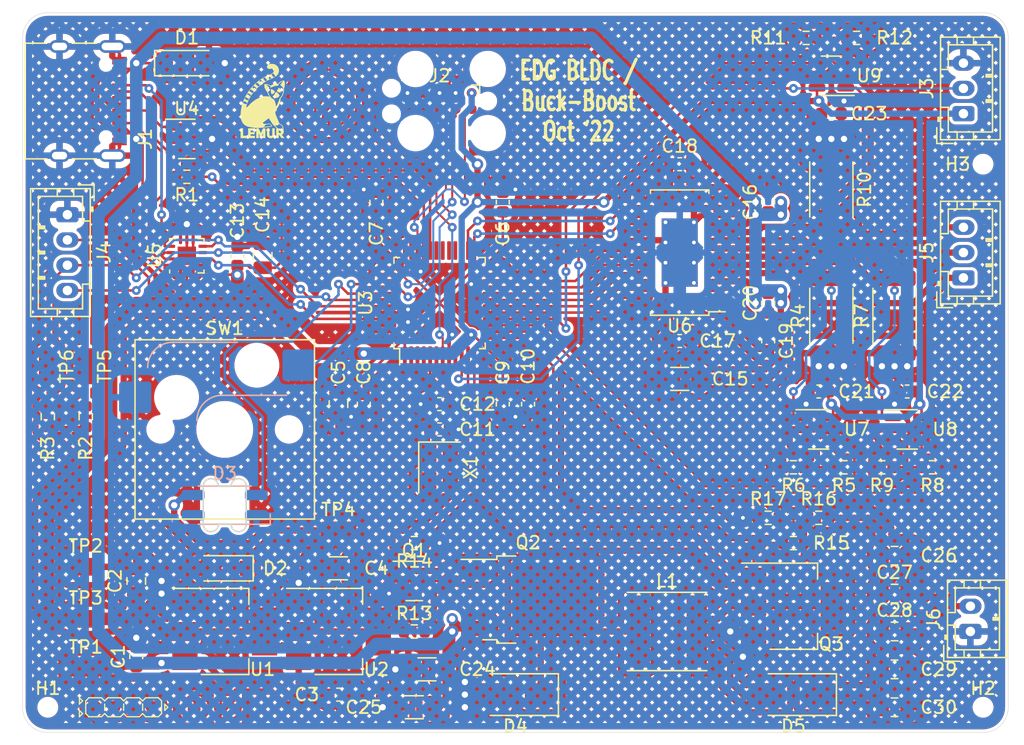
<source format=kicad_pcb>
(kicad_pcb (version 20211014) (generator pcbnew)
  (layers (0 "F.Cu" signal "Front") (31 "B.Cu" signal "Back") (34 "B.Paste" user) (35 "F.Paste" user) (36 "B.SilkS" user "B.Silkscreen") (37 "F.SilkS" user "F.Silkscreen") (38 "B.Mask" user) (39 "F.Mask" user) (44 "Edge.Cuts" user))
  (net 0 "")
  (net 1 "gnd")
  (net 2 "v3v3")
  (net 3 "bldc_drv.pgnds.2")
  (net 4 "bldc_drv.pgnds.1")
  (net 5 "mcu.adc.curr_1")
  (net 6 "mcu.adc.curr_3")
  (net 7 "vusb")
  (net 8 "mcu.adc.curr_2")
  (net 9 "mcu.gpio.bldc_reset")
  (net 10 "mcu.gpio.bldc_fault")
  (net 11 "mcu.gpio.boost_pwm")
  (net 12 "mcu.gpio.sw1")
  (net 13 "mcu.gpio.pd_int")
  (net 14 "pd.ic.vconn")
  (net 15 "mcu.swd.tdi")
  (net 16 "bldc_drv.pgnds.3")
  (net 17 "mcu.gpio.buck_pwm")
  (net 18 "conv_out.pins.2")
  (net 19 "mcu.adc.conv_sense")
  (net 20 "mcu.swd.swd.reset")
  (net 21 "mcu.crystal.crystal.b")
  (net 22 "v5")
  (net 23 "rgb.dout")
  (net 24 "mcu.gpio.rgb")
  (net 25 "mcu.swd.swd.swclk")
  (net 26 "mcu.ic.osc.xtal_in")
  (net 27 "mcu.ic.swd.swdio")
  (net 28 "mcu.swd.swd.swo")
  (net 29 "mcu.gpio.bldc_en_3")
  (net 30 "pd.cc.cc2")
  (net 31 "i2c_tp.io.scl")
  (net 32 "i2c.pins.3")
  (net 33 "curr_amp[1].(adapter)r2.a.dst")
  (net 34 "curr_amp[2].r1.b")
  (net 35 "conv.in_high_switch.(adapter)drv.gate.dst")
  (net 36 "usb.usb.dp")
  (net 37 "curr_amp[3].(adapter)r1.b.dst")
  (net 38 "conv.in_high_switch.output")
  (net 39 "usb.usb.dm")
  (net 40 "conv.(adapter)out_high_diode.anode.src")
  (net 41 "bldc_drv.cp_cap.neg")
  (net 42 "bldc_drv.ic.cph")
  (net 43 "bldc_drv.ic.vcp")
  (net 44 "bldc_drv.outs.1")
  (net 45 "bldc.phases.2")
  (net 46 "bldc.pins.3")
  (net 47 "bldc_drv.ic.v3p3")
  (net 48 "bldc_drv.ins.3")
  (net 49 "mcu.gpio.bldc_en_2")
  (net 50 "bldc_drv.ins.2")
  (net 51 "mcu.gpio.bldc_en_1")
  (net 52 "bldc_drv.ins.1")
  (net 53 "mag.pins.2")
  (net 54 "pd.cc.cc1")
  (footprint "Capacitor_SMD:C_0805_2012Metric" (layer "F.Cu") (at 177 100)
    (fp_text reference "C28")
    (fp_text value "C440198")
  )
  (footprint "Resistor_SMD:R_0603_1608Metric" (layer "F.Cu") (at 169 93 180)
    (fp_text reference "R15")
    (fp_text value "C21190")
  )
  (footprint "edg:JlcToolingHole_1.152mm" (layer "F.Cu") (at 184 63)
    (fp_text reference "H3")
    (fp_text value "")
  )
  (footprint "Resistor_SMD:R_0603_1608Metric" (layer "F.Cu") (at 121 64 180)
    (fp_text reference "R1")
    (fp_text value "C22843")
  )
  (footprint "Capacitor_SMD:C_1206_3216Metric" (layer "F.Cu") (at 160 80 180)
    (fp_text reference "C15")
    (fp_text value "C12891")
  )
  (footprint "Diode_SMD:D_MiniMELF" (layer "F.Cu") (at 121 55)
    (fp_text reference "D1")
    (fp_text value "C8078")
  )
  (footprint "Diode_SMD:D_SOD-123" (layer "F.Cu") (at 124 95 180)
    (fp_text reference "D2")
    (fp_text value "C499796")
  )
  (footprint "Capacitor_SMD:C_0603_1608Metric" (layer "F.Cu") (at 141 84)
    (fp_text reference "C11")
    (fp_text value "C1663")
  )
  (footprint "Capacitor_SMD:C_0805_2012Metric" (layer "F.Cu") (at 177 97)
    (fp_text reference "C27")
    (fp_text value "C440198")
  )
  (footprint "Package_TO_SOT_SMD:SOT-223-3_TabPin2" (layer "F.Cu") (at 169 98)
    (fp_text reference "Q3")
    (fp_text value "C508453")
  )
  (footprint "edg:Symbol_Duckling" (layer "F.Cu") (at 132 58)
    (fp_text reference "U10" hide)
    (fp_text value "" hide)
  )
  (footprint "edg:LED_SK6812MINI-E" (layer "F.Cu") (at 124 90)
    (fp_text reference "D3")
    (fp_text value "")
    (fp_line (start 1.7 -1.5) (end 1.7 1.5) (layer "Edge.Cuts") (width 0.12))
    (fp_line (start -0.5 -1.5) (end 0.5 -1.5) (layer "Edge.Cuts") (width 0.12))
    (fp_line (start -0.5 1.5) (end 0.5 1.5) (layer "Edge.Cuts") (width 0.12))
    (fp_line (start -1.7 1.5) (end -1.7 -1.5) (layer "Edge.Cuts") (width 0.12))
    (fp_arc (start 0.5 -1.5) (mid 1.1 -2.1) (end 1.7 -1.5) (layer "Edge.Cuts") (width 0.12))
    (fp_arc (start -1.7 -1.5) (mid -1.1 -2.1) (end -0.5 -1.5) (layer "Edge.Cuts") (width 0.12))
    (fp_arc (start -0.5 1.5) (mid -1.1 2.1) (end -1.7 1.5) (layer "Edge.Cuts") (width 0.12))
    (fp_arc (start 1.7 1.5) (mid 1.1 2.1) (end 0.5 1.5) (layer "Edge.Cuts") (width 0.12))
  )
  (footprint "edg:JlcToolingHole_1.152mm" (layer "F.Cu") (at 184 106)
    (fp_text reference "H2")
    (fp_text value "")
  )
  (footprint "Resistor_SMD:R_0603_1608Metric" (layer "F.Cu") (at 171 91 180)
    (fp_text reference "R16")
    (fp_text value "C25981")
  )
  (footprint "Capacitor_SMD:C_0603_1608Metric" (layer "F.Cu") (at 125 70.25 90)
    (fp_text reference "C13")
    (fp_text value "C14663")
  )
  (footprint "Capacitor_SMD:C_0805_2012Metric" (layer "F.Cu") (at 133 82 -90)
    (fp_text reference "C5")
    (fp_text value "C1779")
  )
  (footprint "Capacitor_SMD:C_0603_1608Metric" (layer "F.Cu") (at 136 66 90)
    (fp_text reference "C7")
    (fp_text value "C14663")
  )
  (footprint "edg:Indicator_IdDots_4" (layer "F.Cu") (at 116 106)
    (fp_text reference "U13" hide)
    (fp_text value "")
  )
  (footprint "Package_SO:HTSSOP-28-1EP_4.4x9.7mm_P0.65mm_EP2.85x5.4mm_ThermalVias" (layer "F.Cu") (at 160 70 180)
    (fp_text reference "U6")
    (fp_text value "C92482")
  )
  (footprint "Resistor_SMD:R_0603_1608Metric" (layer "F.Cu") (at 169 87 180)
    (fp_text reference "R6")
    (fp_text value "C4184")
  )
  (footprint "Capacitor_SMD:C_0603_1608Metric" (layer "F.Cu") (at 172 59)
    (fp_text reference "C23")
    (fp_text value "C14663")
  )
  (footprint "Resistor_SMD:R_0603_1608Metric" (layer "F.Cu") (at 139 100)
    (fp_text reference "R13")
    (fp_text value "C25804")
  )
  (footprint "Capacitor_SMD:C_0805_2012Metric" (layer "F.Cu") (at 177 106)
    (fp_text reference "C30")
    (fp_text value "C440198")
  )
  (footprint "Resistor_SMD:R_0603_1608Metric" (layer "F.Cu") (at 167 91 180)
    (fp_text reference "R17")
    (fp_text value "C21190")
  )
  (footprint "Capacitor_SMD:C_0805_2012Metric" (layer "F.Cu") (at 177 103)
    (fp_text reference "C29")
    (fp_text value "C440198")
  )
  (footprint "Resistor_SMD:R_2512_6332Metric" (layer "F.Cu") (at 172 65 -90)
    (fp_text reference "R10")
    (fp_text value "C458727")
  )
  (footprint "edg:TestPoint_TE_RCT_0805" (layer "F.Cu") (at 113 79 90)
    (fp_text reference "TP5")
    (fp_text value "")
  )
  (footprint "Package_TO_SOT_SMD:SOT-23-5" (layer "F.Cu") (at 178 84)
    (fp_text reference "U8")
    (fp_text value "C7972")
  )
  (footprint "Resistor_SMD:R_0603_1608Metric" (layer "F.Cu") (at 170 53)
    (fp_text reference "R11")
    (fp_text value "C23150")
  )
  (footprint "edg:TestPoint_TE_RCT_0805" (layer "F.Cu") (at 133 92)
    (fp_text reference "TP4")
    (fp_text value "")
  )
  (footprint "Connector_USB:USB_C_Receptacle_XKB_U262-16XN-4BVC11" (layer "F.Cu") (at 112 58 -90)
    (fp_text reference "J1")
    (fp_text value "C165948")
  )
  (footprint "Package_TO_SOT_SMD:TO-252-2" (layer "F.Cu") (at 148 97.475)
    (fp_text reference "Q2")
    (fp_text value "C28969")
  )
  (footprint "Capacitor_SMD:C_1206_3216Metric" (layer "F.Cu") (at 140 103 180)
    (fp_text reference "C24")
    (fp_text value "C12891")
  )
  (footprint "Connector_JST:JST_PH_B2B-PH-K_1x02_P2.00mm_Vertical" (layer "F.Cu") (at 183 100 90)
    (fp_text reference "J6")
    (fp_text value "")
  )
  (footprint "Capacitor_SMD:C_0603_1608Metric" (layer "F.Cu") (at 146 66 90)
    (fp_text reference "C6")
    (fp_text value "C14663")
  )
  (footprint "Package_TO_SOT_SMD:SOT-223-3_TabPin2" (layer "F.Cu") (at 133 100)
    (fp_text reference "U2")
    (fp_text value "C134077")
  )
  (footprint "Capacitor_SMD:C_0603_1608Metric" (layer "F.Cu") (at 146 82 -90)
    (fp_text reference "C9")
    (fp_text value "C57112")
  )
  (footprint "Capacitor_SMD:C_0603_1608Metric" (layer "F.Cu") (at 160 77 180)
    (fp_text reference "C17")
    (fp_text value "C14663")
  )
  (footprint "Connector_JST:JST_PH_B3B-PH-K_1x03_P2.00mm_Vertical" (layer "F.Cu") (at 182.45 59 90)
    (fp_text reference "J3")
    (fp_text value "")
  )
  (footprint "Connector_JST:JST_PH_B3B-PH-K_1x03_P2.00mm_Vertical" (layer "F.Cu") (at 182.45 72 90)
    (fp_text reference "J5")
    (fp_text value "")
  )
  (footprint "Capacitor_SMD:C_0603_1608Metric" (layer "F.Cu") (at 160 63)
    (fp_text reference "C18")
    (fp_text value "C1623")
  )
  (footprint "Inductor_SMD:L_Taiyo-Yuden_NR-60xx" (layer "F.Cu") (at 159 100)
    (fp_text reference "L1")
    (fp_text value "C92942")
  )
  (footprint "Capacitor_SMD:C_0603_1608Metric" (layer "F.Cu") (at 167 74 90)
    (fp_text reference "C20")
    (fp_text value "C14663")
  )
  (footprint "Package_TO_SOT_SMD:SOT-23" (layer "F.Cu") (at 121 61)
    (fp_text reference "U4")
    (fp_text value "C87911")
  )
  (footprint "Connector_JST:JST_PH_B4B-PH-K_1x04_P2.00mm_Vertical" (layer "F.Cu") (at 111.55 67 -90)
    (fp_text reference "J4")
    (fp_text value "")
  )
  (footprint "Package_DFN_QFN:WQFN-14-1EP_2.5x2.5mm_P0.5mm_EP1.45x1.45mm" (layer "F.Cu") (at 121 70.25 90)
    (fp_text reference "U5")
    (fp_text value "C132291")
  )
  (footprint "Crystal:Crystal_SMD_3225-4Pin_3.2x2.5mm" (layer "F.Cu") (at 141 87 -90)
    (fp_text reference "X1")
    (fp_text value "C9002")
  )
  (footprint "Capacitor_SMD:C_1206_3216Metric" (layer "F.Cu") (at 139 106 180)
    (fp_text reference "C25")
    (fp_text value "C12891")
  )
  (footprint "Resistor_SMD:R_0603_1608Metric" (layer "F.Cu") (at 176 87 180)
    (fp_text reference "R9")
    (fp_text value "C4184")
  )
  (footprint "Resistor_SMD:R_0603_1608Metric" (layer "F.Cu") (at 110 83 90)
    (fp_text reference "R3")
    (fp_text value "C23162")
  )
  (footprint "Capacitor_SMD:C_0603_1608Metric" (layer "F.Cu") (at 148 82 -90)
    (fp_text reference "C10")
    (fp_text value "C15849")
  )
  (footprint "Capacitor_SMD:C_0603_1608Metric" (layer "F.Cu") (at 141 82 180)
    (fp_text reference "C12")
    (fp_text value "C1663")
  )
  (footprint "Capacitor_SMD:C_0603_1608Metric" (layer "F.Cu") (at 135 82 -90)
    (fp_text reference "C8")
    (fp_text value "C14663")
  )
  (footprint "Resistor_SMD:R_0603_1608Metric" (layer "F.Cu") (at 173 87 180)
    (fp_text reference "R5")
    (fp_text value "C23150")
  )
  (footprint "Package_TO_SOT_SMD:SOT-23-5" (layer "F.Cu") (at 171 84)
    (fp_text reference "U7")
    (fp_text value "C7972")
  )
  (footprint "Capacitor_SMD:C_0603_1608Metric" (layer "F.Cu") (at 167 77 -90)
    (fp_text reference "C19")
    (fp_text value "C57112")
  )
  (footprint "Diode_SMD:D_SMA" (layer "F.Cu") (at 147 105 180)
    (fp_text reference "D4")
    (fp_text value "C8678")
  )
  (footprint "edg:TestPoint_TE_RCT_0805" (layer "F.Cu") (at 113 94.88)
    (fp_text reference "TP2")
    (fp_text value "")
  )
  (footprint "Capacitor_SMD:C_0603_1608Metric" (layer "F.Cu") (at 133 105)
    (fp_text reference "C3")
    (fp_text value "C14663")
  )
  (footprint "Capacitor_SMD:C_0603_1608Metric" (layer "F.Cu") (at 171 81 180)
    (fp_text reference "C21")
    (fp_text value "C14663")
  )
  (footprint "edg:Symbol_LemurSmall" (layer "F.Cu") (at 127 58)
    (fp_text reference "U11" hide)
    (fp_text value "" hide)
  )
  (footprint "Resistor_SMD:R_2512_6332Metric" (layer "F.Cu") (at 177 75 90)
    (fp_text reference "R7")
    (fp_text value "C458727")
  )
  (footprint "Resistor_SMD:R_0603_1608Metric" (layer "F.Cu") (at 180 87 180)
    (fp_text reference "R8")
    (fp_text value "C23150")
  )
  (footprint "Package_TO_SOT_SMD:SOT-23" (layer "F.Cu") (at 139 96)
    (fp_text reference "Q1")
    (fp_text value "C8545")
  )
  (footprint "Capacitor_SMD:C_1206_3216Metric" (layer "F.Cu") (at 133 95 180)
    (fp_text reference "C4")
    (fp_text value "C29823")
  )
  (footprint "Resistor_SMD:R_0603_1608Metric" (layer "F.Cu") (at 174 53)
    (fp_text reference "R12")
    (fp_text value "C4184")
  )
  (footprint "edg:TestPoint_TE_RCT_0805" (layer "F.Cu") (at 110 79 90)
    (fp_text reference "TP6")
    (fp_text value "")
  )
  (footprint "Connector:Tag-Connect_TC2050-IDC-FP_2x05_P1.27mm_Vertical" (layer "F.Cu") (at 141 58 180)
    (fp_text reference "J2")
    (fp_text value "")
  )
  (footprint "edg:TestPoint_TE_RCT_0805" (layer "F.Cu") (at 113 99)
    (fp_text reference "TP3")
    (fp_text value "")
  )
  (footprint "Switch_Keyboard_Hotswap_Kailh:SW_Hotswap_Kailh_MX" (layer "F.Cu") (at 124 84)
    (fp_text reference "SW1")
    (fp_text value "")
  )
  (footprint "Package_QFP:LQFP-48_7x7mm_P0.5mm" (layer "F.Cu") (at 141 74 90)
    (fp_text reference "U3")
    (fp_text value "C8734")
  )
  (footprint "edg:TestPoint_TE_RCT_0805" (layer "F.Cu") (at 113 102.88)
    (fp_text reference "TP1")
    (fp_text value "")
  )
  (footprint "edg:Indicator_LeadFree" (layer "F.Cu") (at 123 106)
    (fp_text reference "U12" hide)
    (fp_text value "" hide)
  )
  (footprint "Capacitor_SMD:C_0603_1608Metric" (layer "F.Cu") (at 117 102 90)
    (fp_text reference "C1")
    (fp_text value "C14663")
  )
  (footprint "Resistor_SMD:R_0603_1608Metric" (layer "F.Cu") (at 113 83 90)
    (fp_text reference "R2")
    (fp_text value "C23162")
  )
  (footprint "Capacitor_SMD:C_0805_2012Metric" (layer "F.Cu") (at 177 94)
    (fp_text reference "C26")
    (fp_text value "C440198")
  )
  (footprint "Package_TO_SOT_SMD:SOT-223-3_TabPin2" (layer "F.Cu") (at 124 100)
    (fp_text reference "U1")
    (fp_text value "C86781")
  )
  (footprint "Resistor_SMD:R_2512_6332Metric" (layer "F.Cu") (at 172 75 90)
    (fp_text reference "R4")
    (fp_text value "C458727")
  )
  (footprint "Package_TO_SOT_SMD:SOT-23-5" (layer "F.Cu") (at 172 56 180)
    (fp_text reference "U9")
    (fp_text value "C7972")
  )
  (footprint "Capacitor_SMD:C_0603_1608Metric" (layer "F.Cu") (at 178 81 180)
    (fp_text reference "C22")
    (fp_text value "C14663")
  )
  (footprint "Diode_SMD:D_SMA" (layer "F.Cu") (at 169 105 180)
    (fp_text reference "D5")
    (fp_text value "C8678")
  )
  (footprint "Capacitor_SMD:C_0805_2012Metric" (layer "F.Cu") (at 117 96 90)
    (fp_text reference "C2")
    (fp_text value "C1779")
  )
  (footprint "Capacitor_SMD:C_0805_2012Metric" (layer "F.Cu") (at 127 70.25 90)
    (fp_text reference "C14")
    (fp_text value "C15850")
  )
  (footprint "edg:JlcToolingHole_1.152mm" (layer "F.Cu") (at 110 106)
    (fp_text reference "H1")
    (fp_text value "")
  )
  (footprint "Capacitor_SMD:C_0603_1608Metric" (layer "F.Cu") (at 167 66 90)
    (fp_text reference "C16")
    (fp_text value "C14663")
  )
  (footprint "Resistor_SMD:R_0603_1608Metric" (layer "F.Cu") (at 139 93 180)
    (fp_text reference "R14")
    (fp_text value "C21190")
  )
  (gr_arc (start 184 51) (mid 185.414214 51.585786) (end 186 53) (layer "Edge.Cuts") (width 0.0381))
  (gr_line (start 110 108) (end 184 108) (layer "Edge.Cuts") (width 0.0381))
  (gr_arc (start 186 106) (mid 185.414214 107.414214) (end 184 108) (layer "Edge.Cuts") (width 0.0381))
  (gr_arc (start 110 108) (mid 108.585786 107.414214) (end 108 106) (layer "Edge.Cuts") (width 0.0381))
  (gr_line (start 184 51) (end 110 51) (layer "Edge.Cuts") (width 0.0381))
  (gr_arc (start 108 53) (mid 108.585786 51.585786) (end 110 51) (layer "Edge.Cuts") (width 0.0381))
  (gr_line (start 186 106) (end 186 53) (layer "Edge.Cuts") (width 0.0381))
  (gr_line (start 108 53) (end 108 106) (layer "Edge.Cuts") (width 0.0381))
  (gr_text "EDG BLDC /\nBuck-Boost\nOct '22" (at 152 58) (layer "F.SilkS") (effects (font (size 1.5 1) (thickness 0.25))))
  (segment (start 121 68.9875) (end 121 70.25) (width 0.2) (layer "F.Cu") (net 1))
  (segment (start 173 78) (end 173 79) (width 0.5) (layer "F.Cu") (net 1))
  (segment (start 129.85 96.15) (end 129.85 95.65) (width 0.5) (layer "F.Cu") (net 1))
  (segment (start 110.925 62.32) (end 115.105 62.32) (width 0.2) (layer "F.Cu") (net 1))
  (segment (start 170.75 84) (end 169.8625 84) (width 0.2) (layer "F.Cu") (net 1))
  (segment (start 172 62.0375) (end 172 61) (width 0.5) (layer "F.Cu") (net 1))
  (segment (start 144 105) (end 143 104) (width 0.5) (layer "F.Cu") (net 1))
  (segment (start 148 82.775) (end 146 82.775) (width 0.5) (layer "F.Cu") (net 1))
  (segment (start 172 56.25) (end 172.25 56) (width 0.2) (layer "F.Cu") (net 1))
  (segment (start 172.775 58.225) (end 172.775 59) (width 0.2) (layer "F.Cu") (net 1))
  (segment (start 140.225 82) (end 139.5 82) (width 0.2) (layer "F.Cu") (net 1))
  (segment (start 138.75 69.8375) (end 138.75 70.75) (width 0.2) (layer "F.Cu") (net 1))
  (segment (start 158.875 74.875) (end 158.875 74.125) (width 0.5) (layer "F.Cu") (net 1))
  (segment (start 162.8625 65.775) (end 161.225 65.775) (width 0.5) (layer "F.Cu") (net 1))
  (segment (start 136 65.225) (end 135.225 65.225) (width 0.5) (layer "F.Cu") (net 1))
  (segment (start 117 101.225) (end 117 100.5) (width 0.5) (layer "F.Cu") (net 1))
  (segment (start 136.8375 76.25) (end 137.75 76.25) (width 0.2) (layer "F.Cu") (net 1))
  (segment (start 121.5 68.9875) (end 121.5 69.75) (width 0.2) (layer "F.Cu") (net 1))
  (segment (start 164.3 100.3) (end 165.85 100.3) (width 0.5) (layer "F.Cu") (net 1))
  (segment (start 139.5 88.1) (end 139 87.6) (width 0.2) (layer "F.Cu") (net 1))
  (segment (start 170.040685 82) (end 171 82.959315) (width 0.2) (layer "F.Cu") (net 1))
  (segment (start 172 62.0375) (end 171.0375 62.0375) (width 0.5) (layer "F.Cu") (net 1))
  (segment (start 169 84) (end 168.175 84.825) (width 0.2) (layer "F.Cu") (net 1))
  (segment (start 174 56) (end 174.825 55.175) (width 0.2) (layer "F.Cu") (net 1))
  (segment (start 161.125 65.125) (end 161.125 65.875) (width 0.5) (layer "F.Cu") (net 1))
  (segment (start 171.0375 77.9625) (end 171 78) (width 0.5) (layer "F.Cu") (net 1))
  (segment (start 134.05 82.95) (end 133 82.95) (width 0.5) (layer "F.Cu") (net 1))
  (segment (start 173 62) (end 173 61) (width 0.5) (layer "F.Cu") (net 1))
  (segment (start 171 62) (end 171 61) (width 0.5) (layer "F.Cu") (net 1))
  (segment (start 172 77.9625) (end 171.0375 77.9625) (width 0.5) (layer "F.Cu") (net 1))
  (segment (start 172.775 60.775) (end 173 61) (width 0.2) (layer "F.Cu") (net 1))
  (segment (start 146 65.225) (end 146.775 65.225) (width 0.5) (layer "F.Cu") (net 1))
  (segment (start 144 105) (end 143 106) (width 0.5) (layer "F.Cu") (net 1))
  (segment (start 121.9375 61) (end 123 61) (width 0.2) (layer "F.Cu") (net 1))
  (segment (start 177.040685 82) (end 178 82.959315) (width 0.2) (layer "F.Cu") (net 1))
  (segment (start 160.775 63) (end 160.775 64.775) (width 0.5) (layer "F.Cu") (net 1))
  (segment (start 115.83 94.88) (end 116 95.05) (width 0.5) (layer "F.Cu") (net 1))
  (segment (start 139.825 93) (end 141 93) (width 0.2) (layer "F.Cu") (net 1))
  (segment (start 176.8625 84) (end 176 84) (width 0.2) (layer "F.Cu") (net 1))
  (segment (start 121.5 68.25) (end 121 67.75) (width 0.2) (layer "F.Cu") (net 1))
  (segment (start 119 97) (end 119 96) (width 0.5) (layer "F.Cu") (net 1))
  (segment (start 116 95.05) (end 117 95.05) (width 0.5) (layer "F.Cu") (net 1))
  (segment (start 162.8625 65.775) (end 164.225 65.775) (width 0.5) (layer "F.Cu") (net 1))
  (segment (start 137.75 76.25) (end 138.5 75.5) (width 0.2) (layer "F.Cu") (net 1))
  (segment (start 144.25 71.75) (end 143.5 72.5) (width 0.2) (layer "F.Cu") (net 1))
  (segment (start 146 82.775) (end 146.775 82.775) (width 0.5) (layer "F.Cu") (net 1))
  (segment (start 121.5 69.75) (end 121 70.25) (width 0.2) (layer "F.Cu") (net 1))
  (segment (start 177.75 84) (end 176.8625 84) (width 0.2) (layer "F.Cu") (net 1))
  (segment (start 157.1375 69.025) (end 158.7 69.025) (width 0.5) (layer "F.Cu") (net 1))
  (segment (start 159 75) (end 158.875 74.875) (width 0.5) (layer "F.Cu") (net 1))
  (segment (start 165.85 101.15) (end 165.85 100.3) (width 0.5) (layer "F.Cu") (net 1))
  (segment (start 178 83.75) (end 177.75 84) (width 0.2) (layer "F.Cu") (net 1))
  (segment (start 138.0625 96.95) (end 137.05 96.95) (width 0.2) (layer "F.Cu") (net 1))
  (segment (start 139 87.6) (end 139 82.5) (width 0.2) (layer "F.Cu") (net 1))
  (segment (start 171 83.75) (end 170.75 84) (width 0.2) (layer "F.Cu") (net 1))
  (segment (start 161.225 65.775) (end 161.125 65.875) (width 0.5) (layer "F.Cu") (net 1))
  (segment (start 158.525 80) (end 158.525 78.475) (width 0.5) (layer "F.Cu") (net 1))
  (segment (start 121.5 68.9875) (end 121.5 68.25) (width 0.2) (layer "F.Cu") (net 1))
  (segment (start 115.67 61.755) (end 115.105 62.32) (width 0.2) (layer "F.Cu") (net 1))
  (segment (start 119 95.1) (end 119.05 95.05) (width 0.5) (layer "F.Cu") (net 1))
  (segment (start 170 82) (end 170.040685 82) (width 0.2) (layer "F.Cu") (net 1))
  (segment (start 170.225 81.775) (end 170.225 81) (width 0.2) (layer "F.Cu") (net 1))
  (segment (start 127 69.3) (end 125.95 69.3) (width 0.2) (layer "F.Cu") (net 1))
  (segment (start 145 105) (end 143 105) (width 0.5) (layer "F.Cu") (net 1))
  (segment (start 177 82) (end 177.225 81.775) (width 0.2) (layer "F.Cu") (net 1))
  (segment (start 141.85 84.075) (end 141.775 84) (width 0.2) (layer "F.Cu") (net 1))
  (segment (start 177.9625 77.9625) (end 178 78) (width 0.5) (layer "F.Cu") (net 1))
  (segment (start 115.67 54.65) (end 115.67 54.245) (width 0.2) (layer "F.Cu") (net 1))
  (segment (start 174.825 55.175) (end 174.825 53) (width 0.2) (layer "F.Cu") (net 1))
  (segment (start 169.8625 84) (end 169 84) (width 0.2) (layer "F.Cu") (net 1))
  (segment (start 141.775 84) (end 142.5 84) (width 0.2) (layer "F.Cu") (net 1))
  (segment (start 172.9625 77.9625) (end 173 78) (width 0.5) (layer "F.Cu") (net 1))
  (segment (start 161.125 65.875) (end 161.125 66.425) (width 0.5) (layer "F.Cu") (net 1))
  (segment (start 135.225 65.225) (end 135 65) (width 0.5) (layer "F.Cu") (net 1))
  (segment (start 168.175 84.825) (end 168.175 87) (width 0.2) (layer "F.Cu") (net 1))
  (segment (start 164.225 65.775) (end 164.85 65.15) (width 0.5) (layer "F.Cu") (net 1))
  (segment (start 172.775 59) (end 172.775 60.775) (width 0.2) (layer "F.Cu") (net 1))
  (segment (start 162.8625 66.425) (end 161.125 66.425) (width 0.2) (layer "F.Cu") (net 1))
  (segment (start 129.85 95.65) (end 130.5 95) (width 0.5) (layer "F.Cu") (net 1))
  (segment (start 172 57.040685) (end 172 56.25) (width 0.2) (layer "F.Cu") (net 1))
  (segment (start 158.525 78.475) (end 159.225 77.775) (width 0.5) (layer "F.Cu") (net 1))
  (segment (start 177.225 81.775) (end 177.225 81) (width 0.2) (layer "F.Cu") (net 1))
  (segment (start 161.775 65.775) (end 162.8625 65.775) (width 0.5) (layer "F.Cu") (net 1))
  (segment (start 177 77.9625) (end 177 79) (width 0.5) (layer "F.Cu") (net 1))
  (segment (start 160.775 64.775) (end 161 65) (width 0.5) (layer "F.Cu") (net 1))
  (segment (start 139 82.5) (end 139.5 82) (width 0.2) (layer "F.Cu") (net 1))
  (segment (start 115.67 61.35) (end 115.67 61.755) (width 0.2) (layer "F.Cu") (net 1))
  (segment (start 173.1375 56) (end 174 56) (width 0.2) (layer "F.Cu") (net 1))
  (segment (start 130.5 95) (end 131.525 95) (width 0.5) (layer "F.Cu") (net 1))
  (segment (start 172 77.9625) (end 172.9625 77.9625) (width 0.5) (layer "F.Cu") (net 1))
  (segment (start 135 82.775) (end 134.225 82.775) (width 0.5) (layer "F.Cu") (net 1))
  (segment (start 137.05 96.95) (end 137 97) (width 0.2) (layer "F.Cu") (net 1))
  (segment (start 158.7 69.025) (end 158.875 69.2) (width 0.5) (layer "F.Cu") (net 1))
  (segment (start 169.825 93) (end 171 93) (width 0.2) (layer "F.Cu") (net 1))
  (segment (start 177 77.9625) (end 176.0375 77.9625) (width 0.5) (layer "F.Cu") (net 1))
  (segment (start 172 62.0375) (end 172.9625 62.0375) (width 0.5) (layer "F.Cu") (net 1))
  (segment (start 170 82) (end 170.225 81.775) (width 0.2) (layer "F.Cu") (net 1))
  (segment (start 117 95.05) (end 119.05 95.05) (width 0.5) (layer "F.Cu") (net 1))
  (segment (start 146.775 65.225) (end 147 65) (width 0.5) (layer "F.Cu") (net 1))
  (segment (start 164.85 65.15) (end 166.925 65.15) (width 0.5) (layer "F.Cu") (net 1))
  (segment (start 170.225 81) (end 170.225 79.775) (width 0.2) (layer "F.Cu") (net 1))
  (segment (start 125.95 69.3) (end 125.775 69.475) (width 0.2) (layer "F.Cu") (net 1))
  (segment (start 159.225 77) (end 159.225 75.225) (width 0.5) (layer "F.Cu") (net 1))
  (segment (start 138.25 74.75) (end 138.5 74.5) (width 0.2) (layer "F.Cu") (net 1))
  (segment (start 141.75 76.75) (end 142 76.5) (width 0.2) (layer "F.Cu") (net 1))
  (segment (start 119 96) (end 119 95.1) (width 0.5) (layer "F.Cu") (net 1))
  (segment (start 177.225 81) (end 177.225 79.775) (width 0.2) (layer "F.Cu") (net 1))
  (segment (start 141.85 85.9) (end 141.85 84.075) (width 0.2) (layer "F.Cu") (net 1))
  (segment (start 166.175 91) (end 165 91) (width 0.2) (layer "F.Cu") (net 1))
  (segment (start 134.225 82.775) (end 134.05 82.95) (width 0.5) (layer "F.Cu") (net 1))
  (segment (start 119.7 97.7) (end 119 97) (width 0.5) (layer "F.Cu") (net 1))
  (segment (start 177 77.9625) (end 177.9625 77.9625) (width 0.5) (layer "F.Cu") (net 1))
  (segment (start 121 68.9875) (end 121 67.75) (width 0.2) (layer "F.Cu") (net 1))
  (segment (start 176.0375 77.9625) (end 176 78) (width 0.5) (layer "F.Cu") (net 1))
  (segment (start 141.75 78.1625) (end 141.75 76.75) (width 0.2) (layer "F.Cu") (net 1))
  (segment (start 171.0375 62.0375) (end 171 62) (width 0.5) (layer "F.Cu") (net 1))
  (segment (start 125 69.475) (end 125 68.75) (width 0.2) (layer "F.Cu") (net 1))
  (segment (start 166.925 65.15) (end 167 65.225) (width 0.5) (layer "F.Cu") (net 1))
  (segment (start 157.1375 74.225) (end 158.775 74.225) (width 0.5) (layer "F.Cu") (net 1))
  (segment (start 134.225 82.775) (end 134 83) (width 0.5) (layer "F.Cu") (net 1))
  (segment (start 158.775 74.225) (end 158.875 74.125) (width 0.5) (layer "F.Cu") (net 1))
  (segment (start 172 77.9625) (end 172 79) (width 0.5) (layer "F.Cu") (net 1))
  (segment (start 158.875 74.125) (end 158.875 72.4) (width 0.5) (layer "F.Cu") (net 1))
  (segment (start 145.1625 71.75) (end 144.25 71.75) (width 0.2) (layer "F.Cu") (net 1))
  (segment (start 120.85 97.7) (end 119.7 97.7) (width 0.5) (layer "F.Cu") (net 1))
  (segment (start 136.8375 74.75) (end 138.25 74.75) (width 0.2) (layer "F.Cu") (net 1))
  (segment (start 159.225 77.775) (end 159.225 77) (width 0.5) (layer "F.Cu") (net 1))
  (segment (start 122.75 55) (end 124 55) (width 0.5) (layer "F.Cu") (net 1))
  (segment (start 178 78) (end 178 79) (width 0.5) (layer "F.Cu") (net 1))
  (segment (start 175.175 84.825) (end 175.175 87) (width 0.2) (layer "F.Cu") (net 1))
  (segment (start 159 75) (end 159.225 75.225) (width 0.5) (layer "F.Cu") (net 1))
  (segment (start 125.775 69.475) (end 125 69.475) (width 0.2) (layer "F.Cu") (net 1))
  (segment (start 165 102) (end 165.85 101.15) (width 0.5) (layer "F.Cu") (net 1))
  (segment (start 161.175 67.075) (end 161.125 67.125) (width 0.2) (layer "F.Cu") (net 1))
  (segment (start 110.925 53.68) (end 115.105 53.68) (width 0.2) (layer "F.Cu") (net 1))
  (segment (start 129.85 97.7) (end 129.85 96.15) (width 0.5) (layer "F.Cu") (net 1))
  (segment (start 115.67 54.245) (end 115.105 53.68) (width 0.2) (layer "F.Cu") (net 1))
  (segment (start 173 58) (end 172.959315 58) (width 0.2) (layer "F.Cu") (net 1))
  (segment (start 170.225 79.775) (end 171 79) (width 0.2) (layer "F.Cu") (net 1))
  (segment (start 178 82.959315) (end 178 83.75) (width 0.2) (layer "F.Cu") (net 1))
  (segment (start 172.959315 58) (end 172 57.040685) (width 0.2) (layer "F.Cu") (net 1))
  (segment (start 137.525 106) (end 136.5 106) (width 0.5) (layer "F.Cu") (net 1))
  (segment (start 146.775 82.775) (end 147 83) (width 0.5) (layer "F.Cu") (net 1))
  (segment (start 171 82.959315) (end 171 83.75) (width 0.2) (layer "F.Cu") (net 1))
  (segment (start 173 58) (end 172.775 58.225) (width 0.2) (layer "F.Cu") (net 1))
  (segment (start 176 84) (end 175.175 84.825) (width 0.2) (layer "F.Cu") (net 1))
  (segment (start 161.125 66.425) (end 161.125 67.6) (width 0.5) (layer "F.Cu") (net 1))
  (segment (start 140.15 88.1) (end 139.5 88.1) (width 0.2) (layer "F.Cu") (net 1))
  (segment (start 161 65) (end 161.125 65.125) (width 0.5) (layer "F.Cu") (net 1))
  (segment (start 176 78) (end 176 79) (width 0.5) (layer "F.Cu") (net 1))
  (segment (start 171 78) (end 171 79) (width 0.5) (layer "F.Cu") (net 1))
  (segment (start 145 105) (end 144 105) (width 0.5) (layer "F.Cu") (net 1))
  (segment (start 113 94.88) (end 115.83 94.88) (width 0.5) (layer "F.Cu") (net 1))
  (segment (start 177 82) (end 177.040685 82) (width 0.2) (layer "F.Cu") (net 1))
  (segment (start 162.8625 67.075) (end 161.175 67.075) (width 0.2) (layer "F.Cu") (net 1))
  (segment (start 137.5 103) (end 138.525 103) (width 0.5) (layer "F.Cu") (net 1))
  (segment (start 119 95) (end 119.05 95.05) (width 0.5) (layer "F.Cu") (net 1))
  (segment (start 138.75 70.75) (end 139.5 71.5) (width 0.2) (layer "F.Cu") (net 1))
  (segment (start 177.225 79.775) (end 178 79) (width 0.2) (layer "F.Cu") (net 1))
  (segment (start 172.25 56) (end 173.1375 56) (width 0.2) (layer "F.Cu") (net 1))
  (segment (start 161.125 67.125) (end 161.125 67.6) (width 0.2) (layer "F.Cu") (net 1))
  (segment (start 164 100) (end 164.3 100.3) (width 0.5) (layer "F.Cu") (net 1))
  (segment (start 122.35 95) (end 119 95) (width 0.5) (layer "F.Cu") (net 1))
  (segment (start 172.9625 62.0375) (end 173 62) (width 0.5) (layer "F.Cu") (net 1))
  (via (at 171 79) (size 0.9) (drill 0.5) (layers "F.Cu" "B.Cu") (net 1))
  (via (at 171 93) (size 0.7) (drill 0.3) (layers "F.Cu" "B.Cu") (net 1))
  (via (at 173 58) (size 0.9) (drill 0.4) (layers "F.Cu" "B.Cu") (net 1))
  (via (at 138.5 75.5) (size 0.7) (drill 0.3) (layers "F.Cu" "B.Cu") (net 1))
  (via (at 135 65) (size 0.7) (drill 0.3) (layers "F.Cu" "B.Cu") (net 1))
  (via (at 142.27 57.365) (size 0.7) (drill 0.3) (layers "F.Cu" "B.Cu") (net 1))
  (via (at 138.5 74.5) (size 0.7) (drill 0.3) (layers "F.Cu" "B.Cu") (net 1))
  (via (at 139.5 82) (size 0.7) (drill 0.3) (layers "F.Cu" "B.Cu") (net 1))
  (via (at 142 76.5) (size 0.7) (drill 0.3) (layers "F.Cu" "B.Cu") (net 1))
  (via (at 134 83) (size 0.7) (drill 0.3) (layers "F.Cu" "B.Cu") (net 1))
  (via (at 137 97) (size 0.7) (drill 0.3) (layers "F.Cu" "B.Cu") (net 1))
  (via (at 171 61) (size 0.9) (drill 0.5) (layers "F.Cu" "B.Cu") (net 1))
  (via (at 143.5 72.5) (size 0.7) (drill 0.3) (layers "F.Cu" "B.Cu") (net 1))
  (via (at 165 91) (size 0.7) (drill 0.3) (layers "F.Cu" "B.Cu") (net 1))
  (via (at 136.5 106) (size 0.9) (drill 0.5) (layers "F.Cu" "B.Cu") (net 1))
  (via (at 164 100) (size 0.9) (drill 0.5) (layers "F.Cu" "B.Cu") (net 1))
  (via (at 129.85 96.15) (size 0.9) (drill 0.5) (layers "F.Cu" "B.Cu") (net 1))
  (via (at 125 68.75) (size 0.9) (drill 0.5) (layers "F.Cu" "B.Cu") (net 1))
  (via (at 123 61) (size 0.9) (drill 0.5) (layers "F.Cu" "B.Cu") (net 1))
  (via (at 143 104) (size 0.9) (drill 0.5) (layers "F.Cu" "B.Cu") (net 1))
  (via (at 176 79) (size 0.9) (drill 0.5) (layers "F.Cu" "B.Cu") (net 1))
  (via (at 177 79) (size 0.9) (drill 0.5) (layers "F.Cu" "B.Cu") (net 1))
  (via (at 170 82) (size 0.9) (drill 0.4) (layers "F.Cu" "B.Cu") (net 1))
  (via (at 142.5 84) (size 0.7) (drill 0.3) (layers "F.Cu" "B.Cu") (net 1))
  (via (at 141 93) (size 0.7) (drill 0.3) (layers "F.Cu" "B.Cu") (net 1))
  (via (at 117 100.5) (size 0.9) (drill 0.5) (layers "F.Cu" "B.Cu") (net 1))
  (via (at 124 55) (size 0.9) (drill 0.5) (layers "F.Cu" "B.Cu") (net 1))
  (via (at 173 79) (size 0.9) (drill 0.5) (layers "F.Cu" "B.Cu") (net 1))
  (via (at 143 105) (size 0.9) (drill 0.5) (layers "F.Cu" "B.Cu") (net 1))
  (via (at 141 57.365) (size 0.7) (drill 0.3) (layers "F.Cu" "B.Cu") (net 1))
  (via (at 137.5 103) (size 0.9) (drill 0.5) (layers "F.Cu" "B.Cu") (net 1))
  (via (at 147 83) (size 0.7) (drill 0.3) (layers "F.Cu" "B.Cu") (net 1))
  (via (at 172 79) (size 0.9) (drill 0.5) (layers "F.Cu" "B.Cu") (net 1))
  (via (at 165 102) (size 0.9) (drill 0.5) (layers "F.Cu" "B.Cu") (net 1))
  (via (at 143 106) (size 0.9) (drill 0.5) (layers "F.Cu" "B.Cu") (net 1))
  (via (at 147 65) (size 0.7) (drill 0.3) (layers "F.Cu" "B.Cu") (net 1))
  (via (at 178 79) (size 0.9) (drill 0.5) (layers "F.Cu" "B.Cu") (net 1))
  (via (at 172 61) (size 0.9) (drill 0.5) (layers "F.Cu" "B.Cu") (net 1))
  (via (at 121 67.75) (size 0.9) (drill 0.5) (layers "F.Cu" "B.Cu") (net 1))
  (via (at 119 96) (size 0.9) (drill 0.5) (layers "F.Cu" "B.Cu") (net 1))
  (via (at 173 61) (size 0.9) (drill 0.5) (layers "F.Cu" "B.Cu") (net 1))
  (via (at 139.5 71.5) (size 0.7) (drill 0.3) (layers "F.Cu" "B.Cu") (net 1))
  (via (at 177 82) (size 0.9) (drill 0.4) (layers "F.Cu" "B.Cu") (net 1))
  (via (at 119 97) (size 0.9) (drill 0.5) (layers "F.Cu" "B.Cu") (net 1))
  (via (at 138.46 57.365) (size 0.7) (drill 0.3) (layers "F.Cu" "B.Cu") (net 1))
  (segment (start 171 61) (end 173 61) (width 1) (layer "B.Cu") (net 1))
  (segment (start 170 72) (end 172 70) (width 1) (layer "B.Cu") (net 1))
  (segment (start 172 61) (end 172 70) (width 1) (layer "B.Cu") (net 1))
  (segment (start 173 70) (end 176 70) (width 1) (layer "B.Cu") (net 1))
  (segment (start 176 70) (end 178 72) (width 1) (layer "B.Cu") (net 1))
  (segment (start 171 79) (end 173 79) (width 1) (layer "B.Cu") (net 1))
  (segment (start 172 70) (end 173 70) (width 1) (layer "B.Cu") (net 1))
  (segment (start 117 99) (end 119 97) (width 0.5) (layer "B.Cu") (net 1))
  (segment (start 168 76) (end 170 74) (width 1) (layer "B.Cu") (net 1))
  (segment (start 164 74) (end 166 76) (width 1) (layer "B.Cu") (net 1))
  (segment (start 176 79) (end 178 79) (width 1) (layer "B.Cu") (net 1))
  (segment (start 160 74) (end 164 74) (width 1) (layer "B.Cu") (net 1))
  (segment (start 117 100.5) (end 117 99) (width 0.5) (layer "B.Cu") (net 1))
  (segment (start 160 70) (end 160 74) (width 1) (layer "B.Cu") (net 1))
  (segment (start 178 72) (end 178 79) (width 1) (layer "B.Cu") (net 1))
  (segment (start 170 74) (end 170 72) (width 1) (layer "B.Cu") (net 1))
  (segment (start 166 76) (end 168 76) (width 1) (layer "B.Cu") (net 1))
  (segment (start 173 79) (end 173 70) (width 1) (layer "B.Cu") (net 1))
  (segment (start 143 76.5) (end 142.25 77.25) (width 0.2) (layer "F.Cu") (net 2))
  (segment (start 138 77) (end 135 80) (width 0.2) (layer "F.Cu") (net 2))
  (segment (start 144 63) (end 144 66) (width 0.5) (layer "F.Cu") (net 2))
  (segment (start 125 71.75) (end 125 74) (width 1) (layer "F.Cu") (net 2))
  (segment (start 125.65 99.9897) (end 125.6603 100) (width 0.5) (layer "F.Cu") (net 2))
  (segment (start 123.25 71.75) (end 122.75 71.25) (width 0.2) (layer "F.Cu") (net 2))
  (segment (start 146 69) (end 144 71) (width 0.2) (layer "F.Cu") (net 2))
  (segment (start 171.225 58.225) (end 170.8625 57.8625) (width 0.2) (layer "F.Cu") (net 2))
  (segment (start 115 76) (end 115 79) (width 1) (layer "F.Cu") (net 2))
  (segment (start 113.5 86.5) (end 110 90) (width 1) (layer "F.Cu") (net 2))
  (segment (start 154 66) (end 162 58) (width 0.5) (layer "F.Cu") (net 2))
  (segment (start 111.506623 83.825) (end 113 83.825) (width 0.2) (layer "F.Cu") (net 2))
  (segment (start 127 74) (end 131 78) (width 1) (layer "F.Cu") (net 2))
  (segment (start 126 71.2) (end 127 71.2) (width 0.2) (layer "F.Cu") (net 2))
  (segment (start 122.2625 71) (end 122.75 71) (width 0.2) (layer "F.Cu") (net 2))
  (segment (start 138.25 77.25) (end 138 77) (width 0.2) (layer "F.Cu") (net 2))
  (segment (start 126 71.2) (end 125.825 71.025) (width 0.2) (layer "F.Cu") (net 2))
  (segment (start 123 74) (end 125 74) (width 1) (layer "F.Cu") (net 2))
  (segment (start 118 74) (end 118 72) (width 0.2) (layer "F.Cu") (net 2))
  (segment (start 117 99) (end 118 99) (width 1) (layer "F.Cu") (net 2))
  (segment (start 143.5 76.5) (end 138 71) (width 0.2) (layer "F.Cu") (net 2))
  (segment (start 111.5 84.5) (end 111.5 83.831623) (width 0.2) (layer "F.Cu") (net 2))
  (segment (start 172.1375 82.1375) (end 172.1375 83.05) (width 0.2) (layer "F.Cu") (net 2))
  (segment (start 144 71) (end 138 77) (width 0.2) (layer "F.Cu") (net 2))
  (segment (start 110 98) (end 111 99) (width 1) (layer "F.Cu") (net 2))
  (segment (start 110 83.825) (end 111.506623 83.825) (width 0.2) (layer "F.Cu") (net 2))
  (segment (start 136.8375 76.75) (end 137.75 76.75) (width 0.2) (layer "F.Cu") (net 2))
  (segment (start 143.5 76.5) (end 143 76.5) (width 0.2) (layer "F.Cu") (net 2))
  (segment (start 111.5 83.831623) (end 111.506623 83.825) (width 0.2) (layer "F.Cu") (net 2))
  (segment (start 144.25 71.25) (end 144 71) (width 0.2) (layer "F.Cu") (net 2))
  (segment (start 128 71.2) (end 128.5 70.7) (width 0.2) (layer "F.Cu") (net 2))
  (segment (start 146 78.857691) (end 146 81.225) (width 0.2) (layer "F.Cu") (net 2))
  (segment (start 142.25 77.25) (end 142.25 78.1625) (width 0.2) (layer "F.Cu") (net 2))
  (segment (start 146 66.775) (end 146 69) (width 0.2) (layer "F.Cu") (net 2))
  (segment (start 162 58) (end 171 58) (width 0.5) (layer "F.Cu") (net 2))
  (segment (start 117 74) (end 115 76) (width 1) (layer "F.Cu") (net 2))
  (segment (start 138 71) (end 136 69) (width 0.2) (layer "F.Cu") (net 2))
  (segment (start 127 71.2) (end 128 71.2) (width 0.2) (layer "F.Cu") (net 2))
  (segment (start 145.1625 71.25) (end 144.25 71.25) (width 0.2) (layer "F.Cu") (net 2))
  (segment (start 178.775 81) (end 178.775 81.775) (width 0.2) (layer "F.Cu") (net 2))
  (segment (start 125 74) (end 127 74) (width 1) (layer "F.Cu") (net 2))
  (segment (start 118 74) (end 117 74) (width 1) (layer "F.Cu") (net 2))
  (segment (start 135 81.225) (end 134.225 81.225) (width 0.5) (layer "F.Cu") (net 2))
  (segment (start 120.85 100) (end 119 100) (width 1) (layer "F.Cu") (net 2))
  (segment (start 138.25 78.1625) (end 138.25 77.25) (width 0.2) (layer "F.Cu") (net 2))
  (segment (start 110 90) (end 110 98) (width 1) (layer "F.Cu") (net 2))
  (segment (start 148 81.225) (end 146 81.225) (width 0.5) (layer "F.Cu") (net 2))
  (segment (start 115 79) (end 115 85) (width 1) (layer "F.Cu") (net 2))
  (segment (start 125.825 71.025) (end 125 71.025) (width 0.2) (layer "F.Cu") (net 2))
  (segment (start 178.775 81.775) (end 179.1375 82.1375) (width 0.2) (layer "F.Cu") (net 2))
  (segment (start 123 74) (end 118 74) (width 1) (layer "F.Cu") (net 2))
  (segment (start 121.5 71.5125) (end 121.5 72) (width 0.2) (layer "F.Cu") (net 2))
  (segment (start 134.225 81.225) (end 134.05 81.05) (width 0.5) (layer "F.Cu") (net 2))
  (segment (start 125 71.75) (end 123.25 71.75) (width 0.2) (layer "F.Cu") (net 2))
  (segment (start 170.8625 57.8625) (end 170.8625 56.95) (width 0.2) (layer "F.Cu") (net 2))
  (segment (start 122.75 71.25) (end 122 72) (width 0.2) (layer "F.Cu") (net 2))
  (segment (start 113.5 86.5) (end 111.5 84.5) (width 0.2) (layer "F.Cu") (net 2))
  (segment (start 179.1375 82.1375) (end 179 82) (width 0.2) (layer "F.Cu") (net 2))
  (segment (start 172.1375 82.1375) (end 172 82) (width 0.2) (layer "F.Cu") (net 2))
  (segment (start 171.775 81) (end 171.775 81.775) (width 0.2) (layer "F.Cu") (net 2))
  (segment (start 125.65 95) (end 125.65 99.9897) (width 0.5) (layer "F.Cu") (net 2))
  (segment (start 179.1375 82.1375) (end 179.1375 83.05) (width 0.2) (layer "F.Cu") (net 2))
  (segment (start 143.642309 76.5) (end 146 78.857691) (width 0.2) (layer "F.Cu") (net 2))
  (segment (start 124 65) (end 123 64) (width 0.2) (layer "F.Cu") (net 2))
  (segment (start 121.5 72) (end 122 72) (width 0.2) (layer "F.Cu") (net 2))
  (segment (start 120.85 100) (end 125.6603 100) (width 0.5) (layer "F.Cu") (net 2))
  (segment (start 115 69) (end 118 72) (width 0.2) (layer "F.Cu") (net 2))
  (segment (start 122.75 71) (end 122.75 71.25) (width 0.2) (layer "F.Cu") (net 2))
  (segment (start 135 80) (end 135 81.225) (width 0.2) (layer "F.Cu") (net 2))
  (segment (start 128.5 70.7) (end 128.5 67.5) (width 0.2) (layer "F.Cu") (net 2))
  (segment (start 170.8625 57.8625) (end 171 58) (width 0.2) (layer "F.Cu") (net 2))
  (segment (start 117 96.95) (end 117 99) (width 1) (layer "F.Cu") (net 2))
  (segment (start 126 65) (end 124 65) (width 0.2) (layer "F.Cu") (net 2))
  (segment (start 136 66.775) (end 136 69) (width 0.2) (layer "F.Cu") (net 2))
  (segment (start 137.75 76.75) (end 138 77) (width 0.2) (layer "F.Cu") (net 2))
  (segment (start 171.225 59) (end 171.225 58.225) (width 0.2) (layer "F.Cu") (net 2))
  (segment (start 125.6603 100) (end 127.15 100) (width 0.5) (layer "F.Cu") (net 2))
  (segment (start 115 85) (end 113.5 86.5) (width 1) (layer "F.Cu") (net 2))
  (segment (start 111 99) (end 113 99) (width 1) (layer "F.Cu") (net 2))
  (segment (start 138.25 70.75) (end 138 71) (width 0.2) (layer "F.Cu") (net 2))
  (segment (start 134.05 81.05) (end 133 81.05) (width 0.5) (layer "F.Cu") (net 2))
  (segment (start 125 71.025) (end 125 71.75) (width 0.2) (layer "F.Cu") (net 2))
  (segment (start 131 78) (end 135 78) (width 1) (layer "F.Cu") (net 2))
  (segment (start 113 99) (end 117 99) (width 1) (layer "F.Cu") (net 2))
  (segment (start 138.25 69.8375) (end 138.25 70.75) (width 0.2) (layer "F.Cu") (net 2))
  (segment (start 171.775 81.775) (end 172.1375 82.1375) (width 0.2) (layer "F.Cu") (net 2))
  (segment (start 119 100) (end 118 99) (width 1) (layer "F.Cu") (net 2))
  (segment (start 121.825 64) (end 123 64) (width 0.2) (layer "F.Cu") (net 2))
  (segment (start 143.5 76.5) (end 143.642309 76.5) (width 0.2) (layer "F.Cu") (net 2))
  (segment (start 111.55 69) (end 115 69) (width 0.2) (layer "F.Cu") (net 2))
  (segment (start 128.5 67.5) (end 126 65) (width 0.2) (layer "F.Cu") (net 2))
  (via (at 125 71.75) (size 0.9) (drill 0.5) (layers "F.Cu" "B.Cu") (net 2))
  (via (at 143.5 76.5) (size 0.7) (drill 0.3) (layers "F.Cu" "B.Cu") (net 2))
  (via (at 154 66) (size 0.9) (drill 0.5) (layers "F.Cu" "B.Cu") (net 2))
  (via (at 172 82) (size 0.9) (drill 0.4) (layers "F.Cu" "B.Cu") (net 2))
  (via (at 179 82) (size 0.9) (drill 0.4) (layers "F.Cu" "B.Cu") (net 2))
  (via (at 135 78) (size 0.9) (drill 0.5) (layers "F.Cu" "B.Cu") (net 2))
  (via (at 171 58) (size 0.9) (drill 0.4) (layers "F.Cu" "B.Cu") (net 2))
  (via (at 144 66) (size 0.9) (drill 0.5) (layers "F.Cu" "B.Cu") (net 2))
  (via (at 123 64) (size 0.7) (drill 0.3) (layers "F.Cu" "B.Cu") (net 2))
  (via (at 143.54 57.365) (size 0.7) (drill 0.3) (layers "F.Cu" "B.Cu") (net 2))
  (via (at 144 63) (size 0.9) (drill 0.5) (layers "F.Cu" "B.Cu") (net 2))
  (segment (start 171 58) (end 172 59) (width 0.5) (layer "B.Cu") (net 2))
  (segment (start 178 83) (end 173 83) (width 0.5) (layer "B.Cu") (net 2))
  (segment (start 150 66) (end 154 66) (width 0.5) (layer "B.Cu") (net 2))
  (segment (start 142 78) (end 143.5 76.5) (width 1) (layer "B.Cu") (net 2))
  (segment (start 179 59) (end 179 82) (width 0.5) (layer "B.Cu") (net 2))
  (segment (start 180 59) (end 182.45 59) (width 0.5) (layer "B.Cu") (net 2))
  (segment (start 135 78) (end 142 78) (width 1) (layer "B.Cu") (net 2))
  (segment (start 172 59) (end 180 59) (width 0.5) (layer "B.Cu") (net 2))
  (segment (start 143.54 58.46) (end 142.75 59.25) (width 0.5) (layer "B.Cu") (net 2))
  (segment (start 144 66) (end 150 66) (width 0.5) (layer "B.Cu") (net 2))
  (segment (start 142.75 67.25) (end 142.75 75.75) (width 0.5) (layer "B.Cu") (net 2))
  (segment (start 179 82) (end 178 83) (width 0.5) (layer "B.Cu") (net 2))
  (segment (start 180 59) (end 179 59) (width 0.5) (layer "B.Cu") (net 2))
  (segment (start 142.75 61.75) (end 144 63) (width 0.5) (layer "B.Cu") (net 2))
  (segment (start 143.54 57.365) (end 143.54 58.46) (width 0.5) (layer "B.Cu") (net 2))
  (segment (start 173 83) (end 172 82) (width 0.5) (layer "B.Cu") (net 2))
  (segment (start 142.75 75.75) (end 143.5 76.5) (width 0.5) (layer "B.Cu") (net 2))
  (segment (start 142.75 59.25) (end 142.75 61.75) (width 0.5) (layer "B.Cu") (net 2))
  (segment (start 144 66) (end 142.75 67.25) (width 0.5) (layer "B.Cu") (net 2))
  (segment (start 176.8625 83.05) (end 176.05 83.05) (width 0.2) (layer "F.Cu") (net 3))
  (segment (start 177 73) (end 177 72.0375) (width 0.2) (layer "F.Cu") (net 3))
  (segment (start 173.75 70.75) (end 169.75 70.75) (width 0.5) (layer "F.Cu") (net 3))
  (segment (start 177 72.0375) (end 176.9625 72) (width 0.5) (layer "F.Cu") (net 3))
  (segment (start 176.05 83.05) (end 176 83) (width 0.2) (layer "F.Cu") (net 3))
  (segment (start 169.75 70.75) (end 169.325 70.325) (width 0.5) (layer "F.Cu") (net 3))
  (segment (start 176.9625 72) (end 175 72) (width 0.5) (layer "F.Cu") (net 3))
  (segment (start 175 72) (end 173.75 70.75) (width 0.5) (layer "F.Cu") (net 3))
  (segment (start 176 83) (end 176 81) (width 0.2) (layer "F.Cu") (net 3))
  (segment (start 169.325 70.325) (end 162.8625 70.325) (width 0.5) (layer "F.Cu") (net 3))
  (via (at 177 73) (size 0.7) (drill 0.3) (layers "F.Cu" "B.Cu") (net 3))
  (via (at 176 81) (size 0.7) (drill 0.3) (layers "F.Cu" "B.Cu") (net 3))
  (segment (start 175 78) (end 177 76) (width 0.2) (layer "B.Cu") (net 3))
  (segment (start 175 80) (end 175 78) (width 0.2) (layer "B.Cu") (net 3))
  (segment (start 177 76) (end 177 73) (width 0.2) (layer "B.Cu") (net 3))
  (segment (start 176 81) (end 175 80) (width 0.2) (layer "B.Cu") (net 3))
  (segment (start 169.05 83.05) (end 169 83) (width 0.2) (layer "F.Cu") (net 4))
  (segment (start 162.8625 70.975) (end 168.975 70.975) (width 0.5) (layer "F.Cu") (net 4))
  (segment (start 170.0375 72.0375) (end 172 72.0375) (width 0.5) (layer "F.Cu") (net 4))
  (segment (start 172 73) (end 172 72.0375) (width 0.2) (layer "F.Cu") (net 4))
  (segment (start 169 83) (end 169 81) (width 0.2) (layer "F.Cu") (net 4))
  (segment (start 168.975 70.975) (end 170.0375 72.0375) (width 0.5) (layer "F.Cu") (net 4))
  (segment (start 169.8625 83.05) (end 169.05 83.05) (width 0.2) (layer "F.Cu") (net 4))
  (via (at 169 81) (size 0.7) (drill 0.3) (layers "F.Cu" "B.Cu") (net 4))
  (via (at 172 73) (size 0.7) (drill 0.3) (layers "F.Cu" "B.Cu") (net 4))
  (segment (start 170 80) (end 170 78) (width 0.2) (layer "B.Cu") (net 4))
  (segment (start 169 81) (end 170 80) (width 0.2) (layer "B.Cu") (net 4))
  (segment (start 172 76) (end 172 73) (width 0.2) (layer "B.Cu") (net 4))
  (segment (start 170 78) (end 172 76) (width 0.2) (layer "B.Cu") (net 4))
  (segment (start 173.825 87.675) (end 173.825 87) (width 0.2) (layer "F.Cu") (net 5))
  (segment (start 161.5 88.5) (end 173 88.5) (width 0.2) (layer "F.Cu") (net 5))
  (segment (start 173.825 87) (end 173.825 86.325) (width 0.2) (layer "F.Cu") (net 5))
  (segment (start 145.1625 75.75) (end 148.75 75.75) (width 0.2) (layer "F.Cu") (net 5))
  (segment (start 173.5 86) (end 172.5 86) (width 0.2) (layer "F.Cu") (net 5))
  (segment (start 173.825 86.325) (end 173.5 86) (width 0.2) (layer "F.Cu") (net 5))
  (segment (start 148.75 75.75) (end 161.5 88.5) (width 0.2) (layer "F.Cu") (net 5))
  (segment (start 172.1375 85.6375) (end 172.1375 84.95) (width 0.2) (layer "F.Cu") (net 5))
  (segment (start 173 88.5) (end 173.825 87.675) (width 0.2) (layer "F.Cu") (net 5))
  (segment (start 172.5 86) (end 172.1375 85.6375) (width 0.2) (layer "F.Cu") (net 5))
  (segment (start 170.8625 54.3625) (end 170.8625 55.05) (width 0.2) (layer "F.Cu") (net 6))
  (segment (start 169.5 54) (end 170.5 54) (width 0.2) (layer "F.Cu") (net 6))
  (segment (start 150.25 75.25) (end 145.1625 75.25) (width 0.2) (layer "F.Cu") (net 6))
  (segment (start 151 71.5) (end 151 67) (width 0.2) (layer "F.Cu") (net 6))
  (segment (start 151 67) (end 163 55) (width 0.2) (layer "F.Cu") (net 6))
  (segment (start 151 76) (end 150.25 75.25) (width 0.2) (layer "F.Cu") (net 6))
  (segment (start 170.5 54) (end 170.8625 54.3625) (width 0.2) (layer "F.Cu") (net 6))
  (segment (start 163 55) (end 170.8125 55) (width 0.2) (layer "F.Cu") (net 6))
  (segment (start 169.175 53) (end 169.175 53.675) (width 0.2) (layer "F.Cu") (net 6))
  (segment (start 170.8125 55) (end 170.8625 55.05) (width 0.2) (layer "F.Cu") (net 6))
  (segment (start 169.175 53.675) (end 169.5 54) (width 0.2) (layer "F.Cu") (net 6))
  (via (at 151 71.5) (size 0.7) (drill 0.3) (layers "F.Cu" "B.Cu") (net 6))
  (via (at 151 76) (size 0.7) (drill 0.3) (layers "F.Cu" "B.Cu") (net 6))
  (segment (start 151 76) (end 151 71.5) (width 0.2) (layer "B.Cu") (net 6))
  (segment (start 167 73.225) (end 167.775 73.225) (width 0.5) (layer "F.Cu") (net 7))
  (segment (start 114 59.5) (end 114.714999 60.214999) (width 0.2) (layer "F.Cu") (net 7))
  (segment (start 115.67 60.25) (end 116.25 60.25) (width 0.2) (layer "F.Cu") (net 7))
  (segment (start 165.275 67.725) (end 166 67) (width 0.5) (layer "F.Cu") (net 7))
  (segment (start 116.25 60.25) (end 117 61) (width 0.2) (layer "F.Cu") (net 7))
  (segment (start 114 56.5) (end 114 59.5) (width 0.2) (layer "F.Cu") (net 7))
  (segment (start 168 79.066942) (end 168 74) (width 0.5) (layer "F.Cu") (net 7))
  (segment (start 120.5 72.75) (end 120.25 72.75) (width 0.2) (layer "F.Cu") (net 7))
  (segment (start 122.3 102.3) (end 120.85 102.3) (width 0.5) (layer "F.Cu") (net 7))
  (segment (start 115.67 60.55) (end 115.67 60.25) (width 0.2) (layer "F.Cu") (net 7))
  (segment (start 119 102.5) (end 118.725 102.775) (width 0.5) (layer "F.Cu") (net 7))
  (segment (start 121 72.25) (end 120.5 72.75) (width 0.2) (layer "F.Cu") (net 7))
  (segment (start 142.245 99.755) (end 142 100) (width 0.5) (layer "F.Cu") (net 7))
  (segment (start 141.475 101.525) (end 142 101) (width 0.5) (layer "F.Cu") (net 7))
  (segment (start 161.475 80) (end 161.475 78.475) (width 0.5) (layer "F.Cu") (net 7))
  (segment (start 115.67 60.55) (end 116.55 60.55) (width 0.2) (layer "F.Cu") (net 7))
  (segment (start 166 67) (end 166 66) (width 0.5) (layer "F.Cu") (net 7))
  (segment (start 138.175 100.175) (end 139 101) (width 0.2) (layer "F.Cu") (net 7))
  (segment (start 128 104) (end 124 104) (width 0.5) (layer "F.Cu") (net 7))
  (segment (start 130 105) (end 129 105) (width 0.5) (layer "F.Cu") (net 7))
  (segment (start 121 71.5125) (end 121 72.25) (width 0.2) (layer "F.Cu") (net 7))
  (segment (start 167.775 73.225) (end 168 73) (width 0.5) (layer "F.Cu") (net 7))
  (segment (start 167 66.775) (end 167.775 66.775) (width 0.5) (layer "F.Cu") (net 7))
  (segment (start 139 101) (end 142 101) (width 0.2) (layer "F.Cu") (net 7))
  (segment (start 141.475 103) (end 141.475 101.525) (width 0.5) (layer "F.Cu") (net 7))
  (segment (start 120.25 72.75) (end 117.5 70) (width 0.2) (layer "F.Cu") (net 7))
  (segment (start 161.475 80) (end 167.066942 80) (width 0.5) (layer "F.Cu") (net 7))
  (segment (start 119.2 102.3) (end 120.85 102.3) (width 0.5) (layer "F.Cu") (net 7))
  (segment (start 129.85 104.85) (end 130 105) (width 0.5) (layer "F.Cu") (net 7))
  (segment (start 141.475 105.525) (end 141 106) (width 0.5) (layer "F.Cu") (net 7))
  (segment (start 116.55 55.45) (end 117 55) (width 0.2) (layer "F.Cu") (net 7))
  (segment (start 117.5 70) (end 117.5 61.5) (width 0.2) (layer "F.Cu") (net 7))
  (segment (start 167 73.225) (end 166.225 73.225) (width 0.5) (layer "F.Cu") (net 7))
  (segment (start 143.8 99.755) (end 142.755 99.755) (width 0.5) (layer "F.Cu") (net 7))
  (segment (start 116 102.775) (end 117 102.775) (width 0.5) (layer "F.Cu") (net 7))
  (segment (start 116.25 55.75) (end 117 55) (width 0.2) (layer "F.Cu") (net 7))
  (segment (start 114.714999 55.785001) (end 114 56.5) (width 0.2) (layer "F.Cu") (net 7))
  (segment (start 115.705001 60.214999) (end 115.67 60.25) (width 0.2) (layer "F.Cu") (net 7))
  (segment (start 115.895 102.88) (end 116 102.775) (width 0.5) (layer "F.Cu") (net 7))
  (segment (start 129.85 102.3) (end 129.85 104.85) (width 0.5) (layer "F.Cu") (net 7))
  (segment (start 167.066942 80) (end 168 79.066942) (width 0.5) (layer "F.Cu") (net 7))
  (segment (start 114.714999 60.214999) (end 115.705001 60.214999) (width 0.2) (layer "F.Cu") (net 7))
  (segment (start 115.67 55.45) (end 116.55 55.45) (width 0.2) (layer "F.Cu") (net 7))
  (segment (start 140.475 106) (end 141 106) (width 0.5) (layer "F.Cu") (net 7))
  (segment (start 162.8625 67.725) (end 165.275 67.725) (width 0.5) (layer "F.Cu") (net 7))
  (segment (start 166.225 66.775) (end 166 67) (width 0.5) (layer "F.Cu") (net 7))
  (segment (start 160.775 77.775) (end 160.775 77) (width 0.5) (layer "F.Cu") (net 7))
  (segment (start 129 105) (end 128 104) (width 0.5) (layer "F.Cu") (net 7))
  (segment (start 143.8 99.755) (end 142.245 99.755) (width 0.5) (layer "F.Cu") (net 7))
  (segment (start 124 104) (end 122.3 102.3) (width 0.5) (layer "F.Cu") (net 7))
  (segment (start 166.225 73.225) (end 166 73) (width 0.5) (layer "F.Cu") (net 7))
  (segment (start 142.755 99.755) (end 142 99) (width 0.5) (layer "F.Cu") (net 7))
  (segment (start 115.634999 55.785001) (end 114.714999 55.785001) (width 0.2) (layer "F.Cu") (net 7))
  (segment (start 113 102.88) (end 115.895 102.88) (width 0.5) (layer "F.Cu") (net 7))
  (segment (start 132.225 105) (end 130 105) (width 0.5) (layer "F.Cu") (net 7))
  (segment (start 167 66.775) (end 166.225 66.775) (width 0.5) (layer "F.Cu") (net 7))
  (segment (start 115.67 55.75) (end 116.25 55.75) (width 0.2) (layer "F.Cu") (net 7))
  (segment (start 117.5 61.5) (end 117 61) (width 0.2) (layer "F.Cu") (net 7))
  (segment (start 161.475 78.475) (end 160.775 77.775) (width 0.5) (layer "F.Cu") (net 7))
  (segment (start 141.475 103) (end 141.475 105.525) (width 0.5) (layer "F.Cu") (net 7))
  (segment (start 162.8625 72.275) (end 165.275 72.275) (width 0.5) (layer "F.Cu") (net 7))
  (segment (start 117 55) (end 119.25 55) (width 0.2) (layer "F.Cu") (net 7))
  (segment (start 118.725 102.775) (end 117 102.775) (width 0.5) (layer "F.Cu") (net 7))
  (segment (start 165.275 72.275) (end 166 73) (width 0.5) (layer "F.Cu") (net 7))
  (segment (start 115.67 55.75) (end 115.67 55.45) (width 0.2) (layer "F.Cu") (net 7))
  (segment (start 142 101) (end 142 99) (width 0.5) (layer "F.Cu") (net 7))
  (segment (start 166 73) (end 166 74) (width 0.5) (layer "F.Cu") (net 7))
  (segment (start 138.175 100) (end 138.175 100.175) (width 0.2) (layer "F.Cu") (net 7))
  (segment (start 119 102.5) (end 119.2 102.3) (width 0.5) (layer "F.Cu") (net 7))
  (segment (start 167.775 66.775) (end 168 67) (width 0.5) (layer "F.Cu") (net 7))
  (segment (start 116.55 60.55) (end 117 61) (width 0.2) (layer "F.Cu") (net 7))
  (via (at 168 74) (size 0.9) (drill 0.5) (layers "F.Cu" "B.Cu") (net 7))
  (via (at 166 73) (size 0.9) (drill 0.5) (layers "F.Cu" "B.Cu") (net 7))
  (via (at 168 66) (size 0.9) (drill 0.5) (layers "F.Cu" "B.Cu") (net 7))
  (via (at 117 61) (size 0.9) (drill 0.5) (layers "F.Cu" "B.Cu") (net 7))
  (via (at 168 67) (size 0.9) (drill 0.5) (layers "F.Cu" "B.Cu") (net 7))
  (via (at 166 67) (size 0.9) (drill 0.5) (layers "F.Cu" "B.Cu") (net 7))
  (via (at 142 100) (size 0.9) (drill 0.5) (layers "F.Cu" "B.Cu") (net 7))
  (via (at 168 73) (size 0.9) (drill 0.5) (layers "F.Cu" "B.Cu") (net 7))
  (via (at 166 74) (size 0.9) (drill 0.5) (layers "F.Cu" "B.Cu") (net 7))
  (via (at 119 102.5) (size 0.9) (drill 0.5) (layers "F.Cu" "B.Cu") (net 7))
  (via (at 166 66) (size 0.9) (drill 0.5) (layers "F.Cu" "B.Cu") (net 7))
  (via (at 142 99) (size 0.9) (drill 0.5) (layers "F.Cu" "B.Cu") (net 7))
  (via (at 117 55) (size 0.9) (drill 0.5) (layers "F.Cu" "B.Cu") (net 7))
  (segment (start 168 67) (end 167 67) (width 1) (layer "B.Cu") (net 7))
  (segment (start 167 73) (end 168 73) (width 1) (layer "B.Cu") (net 7))
  (segment (start 117 61) (end 117 64) (width 1) (layer "B.Cu") (net 7))
  (segment (start 114 100) (end 116.5 102.5) (width 1) (layer "B.Cu") (net 7))
  (segment (start 117 55) (end 119 53) (width 1) (layer "B.Cu") (net 7))
  (segment (start 134.5 102.5) (end 136 101) (width 1) (layer "B.Cu") (net 7))
  (segment (start 116.5 102.5) (end 119 102.5) (width 1) (layer "B.Cu") (net 7))
  (segment (start 168 74) (end 168 73) (width 1) (layer "B.Cu") (net 7))
  (segment (start 119 53) (end 153 53) (width 1) (layer "B.Cu") (net 7))
  (segment (start 141 101) (end 136 101) (width 1) (layer "B.Cu") (net 7))
  (segment (start 168 67) (end 168 66) (width 1) (layer "B.Cu") (net 7))
  (segment (start 166 73) (end 167 73) (width 1) (layer "B.Cu") (net 7))
  (segment (start 153 53) (end 166 66) (width 1) (layer "B.Cu") (net 7))
  (segment (start 166 66) (end 166 74) (width 1) (layer "B.Cu") (net 7))
  (segment (start 167 67) (end 166 67) (width 1) (layer "B.Cu") (net 7))
  (segment (start 142 100) (end 141 101) (width 1) (layer "B.Cu") (net 7))
  (segment (start 117 55) (end 117 61) (width 1) (layer "B.Cu") (net 7))
  (segment (start 119 102.5) (end 134.5 102.5) (width 1) (layer "B.Cu") (net 7))
  (segment (start 117 64) (end 114 67) (width 1) (layer "B.Cu") (net 7))
  (segment (start 114 67) (end 114 100) (width 1) (layer "B.Cu") (net 7))
  (segment (start 161 89) (end 179.5 89) (width 0.2) (layer "F.Cu") (net 8))
  (segment (start 179.1375 85.6375) (end 179.1375 84.95) (width 0.2) (layer "F.Cu") (net 8))
  (segment (start 180.5 86) (end 179.5 86) (width 0.2) (layer "F.Cu") (net 8))
  (segment (start 180.825 86.325) (end 180.5 86) (width 0.2) (layer "F.Cu") (net 8))
  (segment (start 179.5 89) (end 180.825 87.675) (width 0.2) (layer "F.Cu") (net 8))
  (segment (start 179.5 86) (end 179.1375 85.6375) (width 0.2) (layer "F.Cu") (net 8))
  (segment (start 180.825 87.675) (end 180.825 87) (width 0.2) (layer "F.Cu") (net 8))
  (segment (start 148.25 76.25) (end 161 89) (width 0.2) (layer "F.Cu") (net 8))
  (segment (start 145.1625 76.25) (end 148.25 76.25) (width 0.2) (layer "F.Cu") (net 8))
  (segment (start 180.825 87) (end 180.825 86.325) (width 0.2) (layer "F.Cu") (net 8))
  (segment (start 155.575 66.425) (end 157.1375 66.425) (width 0.2) (layer "F.Cu") (net 9))
  (segment (start 143.25 69.8375) (end 143.25 68.25) (width 0.2) (layer "F.Cu") (net 9))
  (segment (start 154.5 67.5) (end 155.575 66.425) (width 0.2) (layer "F.Cu") (net 9))
  (segment (start 143.25 68.25) (end 144 67.5) (width 0.2) (layer "F.Cu") (net 9))
  (via (at 144 67.5) (size 0.7) (drill 0.3) (layers "F.Cu" "B.Cu") (net 9))
  (via (at 154.5 67.5) (size 0.7) (drill 0.3) (layers "F.Cu" "B.Cu") (net 9))
  (segment (start 144 67.5) (end 154.5 67.5) (width 0.2) (layer "B.Cu") (net 9))
  (segment (start 143.75 68.75) (end 144 68.5) (width 0.2) (layer "F.Cu") (net 10))
  (segment (start 143.75 69.8375) (end 143.75 68.75) (width 0.2) (layer "F.Cu") (net 10))
  (segment (start 154.5 68.5) (end 155.275 67.725) (width 0.2) (layer "F.Cu") (net 10))
  (segment (start 155.275 67.725) (end 157.1375 67.725) (width 0.2) (layer "F.Cu") (net 10))
  (via (at 144 68.5) (size 0.7) (drill 0.3) (layers "F.Cu" "B.Cu") (net 10))
  (via (at 154.5 68.5) (size 0.7) (drill 0.3) (layers "F.Cu" "B.Cu") (net 10))
  (segment (start 144 68.5) (end 154.5 68.5) (width 0.2) (layer "B.Cu") (net 10))
  (segment (start 161 93) (end 163.7 95.7) (width 0.2) (layer "F.Cu") (net 11))
  (segment (start 163.7 95.7) (end 165.85 95.7) (width 0.2) (layer "F.Cu") (net 11))
  (segment (start 148 93) (end 161 93) (width 0.2) (layer "F.Cu") (net 11))
  (segment (start 143.75 88.75) (end 148 93) (width 0.2) (layer "F.Cu") (net 11))
  (segment (start 165.85 94.15) (end 165.85 95.7) (width 0.2) (layer "F.Cu") (net 11))
  (segment (start 168.175 93) (end 167 93) (width 0.2) (layer "F.Cu") (net 11))
  (segment (start 167 93) (end 165.85 94.15) (width 0.2) (layer "F.Cu") (net 11))
  (segment (start 143.75 78.1625) (end 143.75 88.75) (width 0.2) (layer "F.Cu") (net 11))
  (segment (start 134 72.5) (end 135 72.5) (width 0.2) (layer "F.Cu") (net 12))
  (segment (start 135.25 72.75) (end 136.8375 72.75) (width 0.2) (layer "F.Cu") (net 12))
  (segment (start 135 72.5) (end 135.25 72.75) (width 0.2) (layer "F.Cu") (net 12))
  (via (at 134 72.5) (size 0.7) (drill 0.3) (layers "F.Cu" "B.Cu") (net 12))
  (segment (start 134 72.5) (end 134 76) (width 0.2) (layer "B.Cu") (net 12))
  (segment (start 131.08 78.92) (end 129.842 78.92) (width 0.2) (layer "B.Cu") (net 12))
  (segment (start 134 76) (end 131.08 78.92) (width 0.2) (layer "B.Cu") (net 12))
  (segment (start 130 74.0995) (end 131.1505 75.25) (width 0.2) (layer "F.Cu") (net 13))
  (segment (start 131.1505 75.25) (end 136.8375 75.25) (width 0.2) (layer "F.Cu") (net 13))
  (segment (start 122.2625 70.5) (end 123 70.5) (width 0.2) (layer "F.Cu") (net 13))
  (segment (start 123 70.5) (end 123.5 71) (width 0.2) (layer "F.Cu") (net 13))
  (via (at 123.5 71) (size 0.7) (drill 0.3) (layers "F.Cu" "B.Cu") (net 13))
  (via (at 130 74.0995) (size 0.7) (drill 0.3) (layers "F.Cu" "B.Cu") (net 13))
  (segment (start 130 74.0995) (end 129.0995 74.0995) (width 0.2) (layer "B.Cu") (net 13))
  (segment (start 129.0995 74.0995) (end 126 71) (width 0.2) (layer "B.Cu") (net 13))
  (segment (start 126 71) (end 123.5 71) (width 0.2) (layer "B.Cu") (net 13))
  (segment (start 119.7375 70.5) (end 119.25 70.5) (width 0.2) (layer "F.Cu") (net 14))
  (segment (start 119.25 70.5) (end 119 70.25) (width 0.2) (layer "F.Cu") (net 14))
  (segment (start 119.7375 70) (end 119.25 70) (width 0.2) (layer "F.Cu") (net 14))
  (segment (start 119 70.25) (end 119.25 70) (width 0.2) (layer "F.Cu") (net 14))
  (segment (start 173.1375 56.95) (end 173.95 56.95) (width 0.2) (layer "F.Cu") (net 16))
  (segment (start 174.5 64.5) (end 172 67) (width 0.2) (layer "F.Cu") (net 16))
  (segment (start 166.5375 67.9625) (end 172 67.9625) (width 0.5) (layer "F.Cu") (net 16))
  (segment (start 174.5 57.5) (end 174.5 64.5) (width 0.2) (layer "F.Cu") (net 16))
  (segment (start 173.95 56.95) (end 174.5 57.5) (width 0.2) (layer "F.Cu") (net 16))
  (segment (start 172 67) (end 172 67.9625) (width 0.2) (layer "F.Cu") (net 16))
  (segment (start 162.8625 68.375) (end 166.125 68.375) (width 0.5) (layer "F.Cu") (net 16))
  (segment (start 166.125 68.375) (end 166.5375 67.9625) (width 0.5) (layer "F.Cu") (net 16))
  (segment (start 143.25 88.75) (end 140 92) (width 0.2) (layer "F.Cu") (net 17))
  (segment (start 138.175 92.825) (end 139 92) (width 0.2) (layer "F.Cu") (net 17))
  (segment (start 139 92) (end 140 92) (width 0.2) (layer "F.Cu") (net 17))
  (segment (start 143.25 78.1625) (end 143.25 88.75) (width 0.2) (layer "F.Cu") (net 17))
  (segment (start 138.175 93.825) (end 138.0625 93.9375) (width 0.2) (layer "F.Cu") (net 17))
  (segment (start 138.175 93) (end 138.175 92.825) (width 0.2) (layer "F.Cu") (net 17))
  (segment (start 138.175 93) (end 138.175 93.825) (width 0.2) (layer "F.Cu") (net 17))
  (segment (start 138.0625 93.9375) (end 138.0625 95.05) (width 0.2) (layer "F.Cu") (net 17))
  (segment (start 176.1 98.5) (end 176.05 98.45) (width 0.5) (layer "F.Cu") (net 18))
  (segment (start 183 98) (end 180 98) (width 0.5) (layer "F.Cu") (net 18))
  (segment (start 176.05 94) (end 176.05 95.05) (width 0.5) (layer "F.Cu") (net 18))
  (segment (start 179.5 98.5) (end 176.1 98.5) (width 0.5) (layer "F.Cu") (net 18))
  (segment (start 176 95) (end 176.05 95.05) (width 0.5) (layer "F.Cu") (net 18))
  (segment (start 171.825 91) (end 175 91) (width 0.5) (layer "F.Cu") (net 18))
  (segment (start 180 98) (end 179.5 98.5) (width 0.5) (layer "F.Cu") (net 18))
  (segment (start 171 105) (end 176 105) (width 0.5) (layer "F.Cu") (net 18))
  (segment (start 176 92) (end 176 95) (width 0.5) (layer "F.Cu") (net 18))
  (segment (start 176.05 95.05) (end 176.05 98.45) (width 0.5) (layer "F.Cu") (net 18))
  (segment (start 176.05 98.45) (end 176.05 106) (width 0.5) (layer "F.Cu") (net 18))
  (segment (start 175 91) (end 176 92) (width 0.5) (layer "F.Cu") (net 18))
  (segment (start 147.75 76.75) (end 145.1625 76.75) (width 0.2) (layer "F.Cu") (net 19))
  (segment (start 169 91) (end 170.175 91) (width 0.2) (layer "F.Cu") (net 19))
  (segment (start 167.825 91) (end 169 91) (width 0.2) (layer "F.Cu") (net 19))
  (segment (start 164 92) (end 163 91) (width 0.2) (layer "F.Cu") (net 19))
  (segment (start 163 91) (end 152 91) (width 0.2) (layer "F.Cu") (net 19))
  (segment (start 152 91) (end 150 89) (width 0.2) (layer "F.Cu") (net 19))
  (segment (start 169 92) (end 164 92) (width 0.2) (layer "F.Cu") (net 19))
  (segment (start 169 91) (end 169 92) (width 0.2) (layer "F.Cu") (net 19))
  (segment (start 150 79) (end 147.75 76.75) (width 0.2) (layer "F.Cu") (net 19))
  (segment (start 150 89) (end 150 79) (width 0.2) (layer "F.Cu") (net 19))
  (segment (start 141.25 78.1625) (end 141.25 76.75) (width 0.16) (layer "F.Cu") (net 20))
  (segment (start 136.809301 58.190699) (end 136.364699 58.635301) (width 0.16) (layer "F.Cu") (net 20))
  (segment (start 140.75 64.75) (end 140.75 66.75) (width 0.16) (layer "F.Cu") (net 20))
  (segment (start 136.364699 60.5) (end 138.364699 62.5) (width 0.16) (layer "F.Cu") (net 20))
  (segment (start 140.75 66.75) (end 142 68) (width 0.16) (layer "F.Cu") (net 20))
  (segment (start 141.25 76.75) (end 141 76.5) (width 0.16) (layer "F.Cu") (net 20))
  (segment (start 138.46 58.635) (end 138.015699 58.190699) (width 0.16) (layer "F.Cu") (net 20))
  (segment (start 141 63.5) (end 141 64.5) (width 0.16) (layer "F.Cu") (net 20))
  (segment (start 138.015699 58.190699) (end 136.809301 58.190699) (width 0.16) (layer "F.Cu") (net 20))
  (segment (start 141 64.5) (end 140.75 64.75) (width 0.16) (layer "F.Cu") (net 20))
  (segment (start 138.364699 62.5) (end 140 62.5) (width 0.16) (layer "F.Cu") (net 20))
  (segment (start 136.364699 58.635301) (end 136.364699 60.5) (width 0.16) (layer "F.Cu") (net 20))
  (segment (start 140 62.5) (end 141 63.5) (width 0.16) (layer "F.Cu") (net 20))
  (via (at 141 76.5) (size 0.7) (drill 0.3) (layers "F.Cu" "B.Cu") (net 20))
  (via (at 142 68) (size 0.7) (drill 0.3) (layers "F.Cu" "B.Cu") (net 20))
  (segment (start 141 72.5) (end 142 71.5) (width 0.16) (layer "B.Cu") (net 20))
  (segment (start 142 71.5) (end 142 68) (width 0.16) (layer "B.Cu") (net 20))
  (segment (start 141 76.5) (end 141 72.5) (width 0.16) (layer "B.Cu") (net 20))
  (segment (start 141.5 81) (end 141.5 80.5) (width 0.2) (layer "F.Cu") (net 21))
  (segment (start 141.775 82) (end 141.775 82.725) (width 0.2) (layer "F.Cu") (net 21))
  (segment (start 140.75 79.75) (end 141.5 80.5) (width 0.2) (layer "F.Cu") (net 21))
  (segment (start 141.775 82.725) (end 141 83.5) (width 0.2) (layer "F.Cu") (net 21))
  (segment (start 141.775 81.275) (end 141.5 81) (width 0.2) (layer "F.Cu") (net 21))
  (segment (start 141.775 82) (end 141.775 81.275) (width 0.2) (layer "F.Cu") (net 21))
  (segment (start 140.75 78.1625) (end 140.75 79.75) (width 0.2) (layer "F.Cu") (net 21))
  (segment (start 141 87.25) (end 141.85 88.1) (width 0.2) (layer "F.Cu") (net 21))
  (segment (start 141 83.5) (end 141 87.25) (width 0.2) (layer "F.Cu") (net 21))
  (segment (start 134.475 93.475) (end 133 92) (width 0.5) (layer "F.Cu") (net 22))
  (segment (start 133 92) (end 127 92) (width 0.5) (layer "F.Cu") (net 22))
  (segment (start 134.475 99.958965) (end 134.516035 100) (width 0.5) (layer "F.Cu") (net 22))
  (segment (start 129.85 100) (end 134.516035 100) (width 0.5) (layer "F.Cu") (net 22))
  (segment (start 122 93) (end 121 92) (width 0.5) (layer "F.Cu") (net 22))
  (segment (start 127 92) (end 126 93) (width 0.5) (layer "F.Cu") (net 22))
  (segment (start 121 92) (end 120 91) (width 0.5) (layer "F.Cu") (net 22))
  (segment (start 134.475 95) (end 134.475 93.475) (width 0.5) (layer "F.Cu") (net 22))
  (segment (start 126 93) (end 122 93) (width 0.5) (layer "F.Cu") (net 22))
  (segment (start 120 91) (end 120 90) (width 0.5) (layer "F.Cu") (net 22))
  (segment (start 134.516035 100) (end 136.15 100) (width 0.5) (layer "F.Cu") (net 22))
  (segment (start 134.475 95) (end 134.475 99.958965) (width 0.5) (layer "F.Cu") (net 22))
  (via (at 120 90) (size 0.9) (drill 0.5) (layers "F.Cu" "B.Cu") (net 22))
  (segment (start 121.5 89.2) (end 120.8 89.2) (width 0.5) (layer "B.Cu") (net 22))
  (segment (start 120.8 89.2) (end 120 90) (width 0.5) (layer "B.Cu") (net 22))
  (segment (start 133.75 73.25) (end 136.8375 73.25) (width 0.2) (layer "F.Cu") (net 24))
  (segment (start 133 72.5) (end 133.75 73.25) (width 0.2) (layer "F.Cu") (net 24))
  (via (at 133 72.5) (size 0.7) (drill 0.3) (layers "F.Cu" "B.Cu") (net 24))
  (segment (start 133 73.348529) (end 129.30353 77.044999) (width 0.2) (layer "B.Cu") (net 24))
  (segment (start 124 78) (end 124 80) (width 0.2) (layer "B.Cu") (net 24))
  (segment (start 127 88.7) (end 126.5 89.2) (width 0.2) (layer "B.Cu") (net 24))
  (segment (start 127 83) (end 127 88.7) (width 0.2) (layer "B.Cu") (net 24))
  (segment (start 124 80) (end 127 83) (width 0.2) (layer "B.Cu") (net 24))
  (segment (start 124.955001 77.044999) (end 124 78) (width 0.2) (layer "B.Cu") (net 24))
  (segment (start 129.30353 77.044999) (end 124.955001 77.044999) (width 0.2) (layer "B.Cu") (net 24))
  (segment (start 133 72.5) (end 133 73.348529) (width 0.2) (layer "B.Cu") (net 24))
  (segment (start 137.506335 71.25) (end 138.5 72.243665) (width 0.16) (layer "F.Cu") (net 25))
  (segment (start 138.5 72.243665) (end 138.5 72.5) (width 0.16) (layer "F.Cu") (net 25))
  (segment (start 142 59.5) (end 142.27 59.23) (width 0.16) (layer "F.Cu") (net 25))
  (segment (start 142.27 59.23) (end 142.27 58.635) (width 0.16) (layer "F.Cu") (net 25))
  (segment (start 136.8375 71.25) (end 137.506335 71.25) (width 0.16) (layer "F.Cu") (net 25))
  (segment (start 142 66) (end 142 59.5) (width 0.16) (layer "F.Cu") (net 25))
  (via (at 138.5 72.5) (size 0.7) (drill 0.3) (layers "F.Cu" "B.Cu") (net 25))
  (via (at 142 66) (size 0.7) (drill 0.3) (layers "F.Cu" "B.Cu") (net 25))
  (segment (start 142 66) (end 140.5 67.5) (width 0.16) (layer "B.Cu") (net 25))
  (segment (start 140.5 71.5) (end 139.5 72.5) (width 0.16) (layer "B.Cu") (net 25))
  (segment (start 140.5 67.5) (end 140.5 71.5) (width 0.16) (layer "B.Cu") (net 25))
  (segment (start 139.5 72.5) (end 138.5 72.5) (width 0.16) (layer "B.Cu") (net 25))
  (segment (start 140.25 78.1625) (end 140.25 79.75) (width 0.2) (layer "F.Cu") (net 26))
  (segment (start 140.15 85.9) (end 140.15 84.075) (width 0.2) (layer "F.Cu") (net 26))
  (segment (start 140.15 84.075) (end 140.225 84) (width 0.2) (layer "F.Cu") (net 26))
  (segment (start 141 82.5) (end 141 80.5) (width 0.2) (layer "F.Cu") (net 26))
  (segment (start 140.225 83.275) (end 141 82.5) (width 0.2) (layer "F.Cu") (net 26))
  (segment (start 140.225 84) (end 140.225 83.275) (width 0.2) (layer "F.Cu") (net 26))
  (segment (start 140.25 79.75) (end 141 80.5) (width 0.2) (layer "F.Cu") (net 26))
  (segment (start 142.970023 65.970023) (end 143 65.940046) (width 0.16) (layer "F.Cu") (net 27))
  (segment (start 143 65.940046) (end 143 59.175) (width 0.16) (layer "F.Cu") (net 27))
  (segment (start 139 68) (end 139.25 68.25) (width 0.16) (layer "F.Cu") (net 27))
  (segment (start 143 59.175) (end 143.54 58.635) (width 0.16) (layer "F.Cu") (net 27))
  (segment (start 139.25 68.25) (end 139.25 69.8375) (width 0.16) (layer "F.Cu") (net 27))
  (via (at 142.970023 65.970023) (size 0.7) (drill 0.3) (layers "F.Cu" "B.Cu") (net 27))
  (via (at 139 68) (size 0.7) (drill 0.3) (layers "F.Cu" "B.Cu") (net 27))
  (segment (start 139 67.5) (end 139 68) (width 0.16) (layer "B.Cu") (net 27))
  (segment (start 142.970023 65.970023) (end 142 65) (width 0.16) (layer "B.Cu") (net 27))
  (segment (start 142 65) (end 141.5 65) (width 0.16) (layer "B.Cu") (net 27))
  (segment (start 141.5 65) (end 139 67.5) (width 0.16) (layer "B.Cu") (net 27))
  (segment (start 141.25 65.25) (end 141.25 66.25) (width 0.16) (layer "F.Cu") (net 28))
  (segment (start 137.534619 72.25) (end 136.8375 72.25) (width 0.2) (layer "F.Cu") (net 28))
  (segment (start 141.5 59.135) (end 141.5 65) (width 0.16) (layer "F.Cu") (net 28))
  (segment (start 137.825 72.825) (end 137.825 72.540381) (width 0.2) (layer "F.Cu") (net 28))
  (segment (start 141.5 65) (end 141.25 65.25) (width 0.16) (layer "F.Cu") (net 28))
  (segment (start 141.25 66.25) (end 142 67) (width 0.16) (layer "F.Cu") (net 28))
  (segment (start 141 58.635) (end 141.5 59.135) (width 0.16) (layer "F.Cu") (net 28))
  (segment (start 137.825 72.540381) (end 137.534619 72.25) (width 0.2) (layer "F.Cu") (net 28))
  (segment (start 138.5 73.5) (end 137.825 72.825) (width 0.2) (layer "F.Cu") (net 28))
  (via (at 138.5 73.5) (size 0.7) (drill 0.3) (layers "F.Cu" "B.Cu") (net 28))
  (via (at 142 67) (size 0.7) (drill 0.3) (layers "F.Cu" "B.Cu") (net 28))
  (segment (start 141 68) (end 141 71.5) (width 0.16) (layer "B.Cu") (net 28))
  (segment (start 139 73.5) (end 138.5 73.5) (width 0.16) (layer "B.Cu") (net 28))
  (segment (start 141 71.5) (end 139 73.5) (width 0.16) (layer "B.Cu") (net 28))
  (segment (start 142 67) (end 141 68) (width 0.16) (layer "B.Cu") (net 28))
  (segment (start 145.1625 72.25) (end 151.75 72.25) (width 0.2) (layer "F.Cu") (net 29))
  (segment (start 153.675 70.325) (end 157.1375 70.325) (width 0.2) (layer "F.Cu") (net 29))
  (segment (start 151.75 72.25) (end 153.675 70.325) (width 0.2) (layer "F.Cu") (net 29))
  (segment (start 120.5 71.5125) (end 120.5 72) (width 0.2) (layer "F.Cu") (net 30))
  (segment (start 119 62) (end 119 65.5) (width 0.2) (layer "F.Cu") (net 30))
  (segment (start 116.75 59.75) (end 119 62) (width 0.2) (layer "F.Cu") (net 30))
  (segment (start 119.25 71.25) (end 119.25 71) (width 0.2) (layer "F.Cu") (net 30))
  (segment (start 120 72) (end 119.25 71.25) (width 0.2) (layer "F.Cu") (net 30))
  (segment (start 119 65.5) (end 118 66.5) (width 0.2) (layer "F.Cu") (net 30))
  (segment (start 115.67 59.75) (end 116.75 59.75) (width 0.2) (layer "F.Cu") (net 30))
  (segment (start 119.25 71) (end 119.7375 71) (width 0.2) (layer "F.Cu") (net 30))
  (segment (start 120.5 72) (end 120 72) (width 0.2) (layer "F.Cu") (net 30))
  (segment (start 118 69.75) (end 119.25 71) (width 0.2) (layer "F.Cu") (net 30))
  (segment (start 118 66.5) (end 118 69.75) (width 0.2) (layer "F.Cu") (net 30))
  (segment (start 132.25 73.75) (end 136.8375 73.75) (width 0.2) (layer "F.Cu") (net 31))
  (segment (start 113 78.175) (end 113 73) (width 0.2) (layer "F.Cu") (net 31))
  (segment (start 113 82.175) (end 113 79) (width 0.2) (layer "F.Cu") (net 31))
  (segment (start 113 73) (end 111.55 73) (width 0.2) (layer "F.Cu") (net 31))
  (segment (start 122.2625 70) (end 123.5 70) (width 0.2) (layer "F.Cu") (net 31))
  (segment (start 117 73) (end 113 73) (width 0.2) (layer "F.Cu") (net 31))
  (segment (start 132 73.5) (end 132.25 73.75) (width 0.2) (layer "F.Cu") (net 31))
  (via (at 117 73) (size 0.7) (drill 0.3) (layers "F.Cu" "B.Cu") (net 31))
  (via (at 123.5 70) (size 0.7) (drill 0.3) (layers "F.Cu" "B.Cu") (net 31))
  (via (at 132 73.5) (size 0.7) (drill 0.3) (layers "F.Cu" "B.Cu") (net 31))
  (segment (start 132 73.5) (end 129.5 73.5) (width 0.2) (layer "B.Cu") (net 31))
  (segment (start 126 70) (end 123.5 70) (width 0.2) (layer "B.Cu") (net 31))
  (segment (start 120 70) (end 123.5 70) (width 0.2) (layer "B.Cu") (net 31))
  (segment (start 129.5 73.5) (end 126 70) (width 0.2) (layer "B.Cu") (net 31))
  (segment (start 117 73) (end 120 70) (width 0.2) (layer "B.Cu") (net 31))
  (segment (start 123 69.5) (end 123.5 69) (width 0.2) (layer "F.Cu") (net 32))
  (segment (start 110 82.175) (end 110 79) (width 0.2) (layer "F.Cu") (net 32))
  (segment (start 130 72.9005) (end 131.3495 74.25) (width 0.2) (layer "F.Cu") (net 32))
  (segment (start 117 72) (end 116 71) (width 0.2) (layer "F.Cu") (net 32))
  (segment (start 131.3495 74.25) (end 136.8375 74.25) (width 0.2) (layer "F.Cu") (net 32))
  (segment (start 110 72.55) (end 111.55 71) (width 0.2) (layer "F.Cu") (net 32))
  (segment (start 110 78.175) (end 110 72.55) (width 0.2) (layer "F.Cu") (net 32))
  (segment (start 122.2625 69.5) (end 123 69.5) (width 0.2) (layer "F.Cu") (net 32))
  (segment (start 116 71) (end 111.55 71) (width 0.2) (layer "F.Cu") (net 32))
  (via (at 123.5 69) (size 0.7) (drill 0.3) (layers "F.Cu" "B.Cu") (net 32))
  (via (at 130 72.9005) (size 0.7) (drill 0.3) (layers "F.Cu" "B.Cu") (net 32))
  (via (at 117 72) (size 0.7) (drill 0.3) (layers "F.Cu" "B.Cu") (net 32))
  (segment (start 129.9005 72.9005) (end 126.5 69.5) (width 0.2) (layer "B.Cu") (net 32))
  (segment (start 130 72.9005) (end 129.9005 72.9005) (width 0.2) (layer "B.Cu") (net 32))
  (segment (start 117 72) (end 120 69) (width 0.2) (layer "B.Cu") (net 32))
  (segment (start 120 69) (end 123.5 69) (width 0.2) (layer "B.Cu") (net 32))
  (segment (start 126.5 69.5) (end 124 69.5) (width 0.2) (layer "B.Cu") (net 32))
  (segment (start 124 69.5) (end 123.5 69) (width 0.2) (layer "B.Cu") (net 32))
  (segment (start 170.7 84.95) (end 171 85.25) (width 0.2) (layer "F.Cu") (net 33))
  (segment (start 171 87) (end 172.175 87) (width 0.2) (layer "F.Cu") (net 33))
  (segment (start 169.8625 84.95) (end 170.7 84.95) (width 0.2) (layer "F.Cu") (net 33))
  (segment (start 171 85.25) (end 171 87) (width 0.2) (layer "F.Cu") (net 33))
  (segment (start 169.825 87) (end 171 87) (width 0.2) (layer "F.Cu") (net 33))
  (segment (start 178 87) (end 179.175 87) (width 0.2) (layer "F.Cu") (net 34))
  (segment (start 176.825 87) (end 178 87) (width 0.2) (layer "F.Cu") (net 34))
  (segment (start 178 85.25) (end 178 87) (width 0.2) (layer "F.Cu") (net 34))
  (segment (start 177.7 84.95) (end 178 85.25) (width 0.2) (layer "F.Cu") (net 34))
  (segment (start 176.8625 84.95) (end 177.7 84.95) (width 0.2) (layer "F.Cu") (net 34))
  (segment (start 139.9375 98.0625) (end 139.825 98.175) (width 0.2) (layer "F.Cu") (net 35))
  (segment (start 141 96) (end 139.9375 96) (width 0.2) (layer "F.Cu") (net 35))
  (segment (start 139.825 100) (end 139.825 98.175) (width 0.2) (layer "F.Cu") (net 35))
  (segment (start 141.805 95.195) (end 141 96) (width 0.2) (layer "F.Cu") (net 35))
  (segment (start 139.9375 96) (end 139.9375 98.0625) (width 0.2) (layer "F.Cu") (net 35))
  (segment (start 143.8 95.195) (end 141.805 95.195) (width 0.2) (layer "F.Cu") (net 35))
  (segment (start 116.75 58.75) (end 117 58.5) (width 0.2) (layer "F.Cu") (net 36))
  (segment (start 138 64) (end 125 64) (width 0.2) (layer "F.Cu") (net 36))
  (segment (start 118.5 61) (end 119.45 61.95) (width 0.2) (layer "F.Cu") (net 36))
  (segment (start 117 58) (end 117 58.5) (width 0.2) (layer "F.Cu") (net 36))
  (segment (start 117.75 58.75) (end 118 59) (width 0.2) (layer "F.Cu") (net 36))
  (segment (start 122.95 61.95) (end 120.0625 61.95) (width 0.2) (layer "F.Cu") (net 36))
  (segment (start 139.75 65.75) (end 138 64) (width 0.2) (layer "F.Cu") (net 36))
  (segment (start 125 64) (end 122.95 61.95) (width 0.2) (layer "F.Cu") (net 36))
  (segment (start 119.45 61.95) (end 120.0625 61.95) (width 0.2) (layer "F.Cu") (net 36))
  (segment (start 118 60) (end 118.5 60.5) (width 0.2) (layer "F.Cu") (net 36))
  (segment (start 120.175 64) (end 120.175 62.0625) (width 0.2) (layer "F.Cu") (net 36))
  (segment (start 139.75 69.8375) (end 139.75 65.75) (width 0.2) (layer "F.Cu") (net 36))
  (segment (start 115.67 58.75) (end 116.75 58.75) (width 0.2) (layer "F.Cu") (net 36))
  (segment (start 118 59) (end 118 60) (width 0.2) (layer "F.Cu") (net 36))
  (segment (start 120.175 62.0625) (end 120.0625 61.95) (width 0.2) (layer "F.Cu") (net 36))
  (segment (start 116.75 57.75) (end 117 58) (width 0.2) (layer "F.Cu") (net 36))
  (segment (start 116.75 58.75) (end 117.75 58.75) (width 0.2) (layer "F.Cu") (net 36))
  (segment (start 115.67 57.75) (end 116.75 57.75) (width 0.2) (layer "F.Cu") (net 36))
  (segment (start 118.5 60.5) (end 118.5 61) (width 0.2) (layer "F.Cu") (net 36))
  (segment (start 172.3 55.05) (end 172 54.75) (width 0.2) (layer "F.Cu") (net 37))
  (segment (start 172 53) (end 170.825 53) (width 0.2) (layer "F.Cu") (net 37))
  (segment (start 173.175 53) (end 172 53) (width 0.2) (layer "F.Cu") (net 37))
  (segment (start 172 54.75) (end 172 53) (width 0.2) (layer "F.Cu") (net 37))
  (segment (start 173.1375 55.05) (end 172.3 55.05) (width 0.2) (layer "F.Cu") (net 37))
  (segment (start 156.65 100) (end 152.625 100) (width 0.5) (layer "F.Cu") (net 38))
  (segment (start 152.625 100) (end 150.1 97.475) (width 0.5) (layer "F.Cu") (net 38))
  (segment (start 149 105) (end 149 98.575) (width 0.5) (layer "F.Cu") (net 38))
  (segment (start 149 98.575) (end 150.1 97.475) (width 0.5) (layer "F.Cu") (net 38))
  (segment (start 124 62) (end 124 60.5) (width 0.2) (layer "F.Cu") (net 39))
  (segment (start 115.67 57.25) (end 117.25 57.25) (width 0.2) (layer "F.Cu") (net 39))
  (segment (start 114.75 58.25) (end 114.5 58) (width 0.2) (layer "F.Cu") (net 39))
  (segment (start 119 60.05) (end 120.0625 60.05) (width 0.2) (layer "F.Cu") (net 39))
  (segment (start 124 60.5) (end 123.55 60.05) (width 0.2) (layer "F.Cu") (net 39))
  (segment (start 117.25 57.25) (end 118.5 58.5) (width 0.2) (layer "F.Cu") (net 39))
  (segment (start 118.5 58.5) (end 118.5 59.55) (width 0.2) (layer "F.Cu") (net 39))
  (segment (start 125.5 63.5) (end 124 62) (width 0.2) (layer "F.Cu") (net 39))
  (segment (start 118.5 59.55) (end 119 60.05) (width 0.2) (layer "F.Cu") (net 39))
  (segment (start 114.5 57.5) (end 114.5 58) (width 0.2) (layer "F.Cu") (net 39))
  (segment (start 138.5 63.5) (end 125.5 63.5) (width 0.2) (layer "F.Cu") (net 39))
  (segment (start 140.25 69.8375) (end 140.25 65.25) (width 0.2) (layer "F.Cu") (net 39))
  (segment (start 115.67 57.25) (end 114.75 57.25) (width 0.2) (layer "F.Cu") (net 39))
  (segment (start 140.25 65.25) (end 138.5 63.5) (width 0.2) (layer "F.Cu") (net 39))
  (segment (start 114.75 57.25) (end 114.5 57.5) (width 0.2) (layer "F.Cu") (net 39))
  (segment (start 115.67 58.25) (end 114.75 58.25) (width 0.2) (layer "F.Cu") (net 39))
  (segment (start 123.55 60.05) (end 120.0625 60.05) (width 0.2) (layer "F.Cu") (net 39))
  (segment (start 164 102) (end 163 101) (width 0.5) (layer "F.Cu") (net 40))
  (segment (start 163 99) (end 161 99) (width 0.5) (layer "F.Cu") (net 40))
  (segment (start 164 104) (end 164 102) (width 0.5) (layer "F.Cu") (net 40))
  (segment (start 165 105) (end 164 104) (width 0.5) (layer "F.Cu") (net 40))
  (segment (start 163 101) (end 161 101) (width 0.5) (layer "F.Cu") (net 40))
  (segment (start 164 98) (end 163 99) (width 0.5) (layer "F.Cu") (net 40))
  (segment (start 165.85 98) (end 164 98) (width 0.5) (layer "F.Cu") (net 40))
  (segment (start 167 105) (end 165 105) (width 0.5) (layer "F.Cu") (net 40))
  (segment (start 172.15 98) (end 165.85 98) (width 0.5) (layer "F.Cu") (net 40))
  (segment (start 165 75.5) (end 165 76.5) (width 0.2) (layer "F.Cu") (net 41))
  (segment (start 163.725 74.225) (end 165 75.5) (width 0.2) (layer "F.Cu") (net 41))
  (segment (start 165 76.5) (end 166.275 77.775) (width 0.2) (layer "F.Cu") (net 41))
  (segment (start 166.275 77.775) (end 167 77.775) (width 0.2) (layer "F.Cu") (net 41))
  (segment (start 162.8625 74.225) (end 163.725 74.225) (width 0.2) (layer "F.Cu") (net 41))
  (segment (start 162.8625 73.575) (end 163.825 73.575) (width 0.2) (layer "F.Cu") (net 42))
  (segment (start 163.825 73.575) (end 165.5 75.25) (width 0.2) (layer "F.Cu") (net 42))
  (segment (start 165.5 75.25) (end 165.5 75.5) (width 0.2) (layer "F.Cu") (net 42))
  (segment (start 165.5 75.5) (end 166.225 76.225) (width 0.2) (layer "F.Cu") (net 42))
  (segment (start 166.225 76.225) (end 167 76.225) (width 0.2) (layer "F.Cu") (net 42))
  (segment (start 162.8625 72.925) (end 163.925 72.925) (width 0.2) (layer "F.Cu") (net 43))
  (segment (start 163.925 72.925) (end 165.775 74.775) (width 0.2) (layer "F.Cu") (net 43))
  (segment (start 165.775 74.775) (end 167 74.775) (width 0.2) (layer "F.Cu") (net 43))
  (segment (start 162.8625 71.625) (end 168.125 71.625) (width 0.5) (layer "F.Cu") (net 44))
  (segment (start 168.125 71.625) (end 170.5 74) (width 0.5) (layer "F.Cu") (net 44))
  (segment (start 180.5 72) (end 182.45 72) (width 0.5) (layer "F.Cu") (net 44))
  (segment (start 170.5 74) (end 178.5 74) (width 0.5) (layer "F.Cu") (net 44))
  (segment (start 178.5 74) (end 180.5 72) (width 0.5) (layer "F.Cu") (net 44))
  (segment (start 162.8625 69.675) (end 169.594239 69.675) (width 0.5) (layer "F.Cu") (net 45))
  (segment (start 169.594239 69.675) (end 169.919239 70) (width 0.5) (layer "F.Cu") (net 45))
  (segment (start 169.919239 70) (end 182.45 70) (width 0.5) (layer "F.Cu") (net 45))
  (segment (start 181 68) (end 182.45 68) (width 0.5) (layer "F.Cu") (net 46))
  (segment (start 179.75 69.25) (end 181 68) (width 0.5) (layer "F.Cu") (net 46))
  (segment (start 169.863477 69.025) (end 170.088477 69.25) (width 0.5) (layer "F.Cu") (net 46))
  (segment (start 170.088477 69.25) (end 179.75 69.25) (width 0.5) (layer "F.Cu") (net 46))
  (segment (start 162.8625 69.025) (end 169.863477 69.025) (width 0.5) (layer "F.Cu") (net 46))
  (segment (start 158.225 65.775) (end 157.1375 65.775) (width 0.5) (layer "F.Cu") (net 47))
  (segment (start 158.225 66.775) (end 158.225 65.775) (width 0.2) (layer "F.Cu") (net 47))
  (segment (start 157.925 67.075) (end 158.225 66.775) (width 0.2) (layer "F.Cu") (net 47))
  (segment (start 159.225 63) (end 159.225 64.775) (width 0.5) (layer "F.Cu") (net 47))
  (segment (start 159.225 64.775) (end 158.225 65.775) (width 0.5) (layer "F.Cu") (net 47))
  (segment (start 157.1375 67.075) (end 157.925 67.075) (width 0.2) (layer "F.Cu") (net 47))
  (segment (start 154.025 70.975) (end 157.1375 70.975) (width 0.2) (layer "F.Cu") (net 48))
  (segment (start 152.25 72.75) (end 154.025 70.975) (width 0.2) (layer "F.Cu") (net 48))
  (segment (start 145.1625 72.75) (end 152.25 72.75) (width 0.2) (layer "F.Cu") (net 48))
  (segment (start 154.375 71.625) (end 157.1375 71.625) (width 0.2) (layer "F.Cu") (net 49))
  (segment (start 152.75 73.25) (end 154.375 71.625) (width 0.2) (layer "F.Cu") (net 49))
  (segment (start 145.1625 73.25) (end 152.75 73.25) (width 0.2) (layer "F.Cu") (net 49))
  (segment (start 154.725 72.275) (end 157.1375 72.275) (width 0.2) (layer "F.Cu") (net 50))
  (segment (start 145.1625 73.75) (end 153.25 73.75) (width 0.2) (layer "F.Cu") (net 50))
  (segment (start 153.25 73.75) (end 154.725 72.275) (width 0.2) (layer "F.Cu") (net 50))
  (segment (start 145.1625 74.25) (end 153.75 74.25) (width 0.2) (layer "F.Cu") (net 51))
  (segment (start 155.075 72.925) (end 157.1375 72.925) (width 0.2) (layer "F.Cu") (net 51))
  (segment (start 153.75 74.25) (end 155.075 72.925) (width 0.2) (layer "F.Cu") (net 51))
  (segment (start 154.25 74.75) (end 155.425 73.575) (width 0.2) (layer "F.Cu") (net 52))
  (segment (start 155.425 73.575) (end 157.1375 73.575) (width 0.2) (layer "F.Cu") (net 52))
  (segment (start 145.1625 74.75) (end 154.25 74.75) (width 0.2) (layer "F.Cu") (net 52))
  (segment (start 163 57) (end 162 57) (width 0.2) (layer "F.Cu") (net 53))
  (segment (start 161 58) (end 152 67) (width 0.2) (layer "F.Cu") (net 53))
  (segment (start 169 57) (end 163 57) (width 0.2) (layer "F.Cu") (net 53))
  (segment (start 152 67) (end 152 71) (width 0.2) (layer "F.Cu") (net 53))
  (segment (start 142.75 79.75) (end 142.5 80) (width 0.2) (layer "F.Cu") (net 53))
  (segment (start 162 57) (end 161 58) (width 0.2) (layer "F.Cu") (net 53))
  (segment (start 142.75 78.1625) (end 142.75 79.75) (width 0.2) (layer "F.Cu") (net 53))
  (via (at 142.5 80) (size 0.7) (drill 0.3) (layers "F.Cu" "B.Cu") (net 53))
  (via (at 169 57) (size 0.7) (drill 0.3) (layers "F.Cu" "B.Cu") (net 53))
  (via (at 152 71) (size 0.7) (drill 0.3) (layers "F.Cu" "B.Cu") (net 53))
  (segment (start 182.45 57) (end 169 57) (width 0.2) (layer "B.Cu") (net 53))
  (segment (start 152 77) (end 149 80) (width 0.2) (layer "B.Cu") (net 53))
  (segment (start 149 80) (end 142.5 80) (width 0.2) (layer "B.Cu") (net 53))
  (segment (start 152 71) (end 152 77) (width 0.2) (layer "B.Cu") (net 53))
  (segment (start 119 68) (end 119.75 68.75) (width 0.2) (layer "F.Cu") (net 54))
  (segment (start 119.25 69.5) (end 119.25 69.25) (width 0.2) (layer "F.Cu") (net 54))
  (segment (start 119.75 68.75) (end 120 68.5) (width 0.2) (layer "F.Cu") (net 54))
  (segment (start 119 67) (end 119 68) (width 0.2) (layer "F.Cu") (net 54))
  (segment (start 118 57) (end 117.75 56.75) (width 0.2) (layer "F.Cu") (net 54))
  (segment (start 119.25 69.5) (end 119.7375 69.5) (width 0.2) (layer "F.Cu") (net 54))
  (segment (start 117.75 56.75) (end 115.67 56.75) (width 0.2) (layer "F.Cu") (net 54))
  (segment (start 120 68.5) (end 120.5 68.5) (width 0.2) (layer "F.Cu") (net 54))
  (segment (start 120.5 68.5) (end 120.5 68.9875) (width 0.2) (layer "F.Cu") (net 54))
  (segment (start 119.25 69.25) (end 119.75 68.75) (width 0.2) (layer "F.Cu") (net 54))
  (via (at 119 67) (size 0.7) (drill 0.3) (layers "F.Cu" "B.Cu") (net 54))
  (via (at 118 57) (size 0.7) (drill 0.3) (layers "F.Cu" "B.Cu") (net 54))
  (segment (start 118 57) (end 119 58) (width 0.2) (layer "B.Cu") (net 54))
  (segment (start 119 58) (end 119 67) (width 0.2) (layer "B.Cu") (net 54))
  (zone (net 1) (net_name "gnd") (layers F&B.Cu) (connect_pads (clearance 0.254)) (min_thickness 0.254) (fill yes (mode hatch) (thermal_gap 0.508) (thermal_bridge_width 0.508) (hatch_thickness 0.5) (hatch_gap 0.254) (hatch_orientation 45) (hatch_border_algorithm hatch_thickness) (hatch_min_hole_area 0.3))
    (polygon (pts (xy 187 109) (xy 107 109) (xy 107 50) (xy 187 50)))
  )
)
</source>
